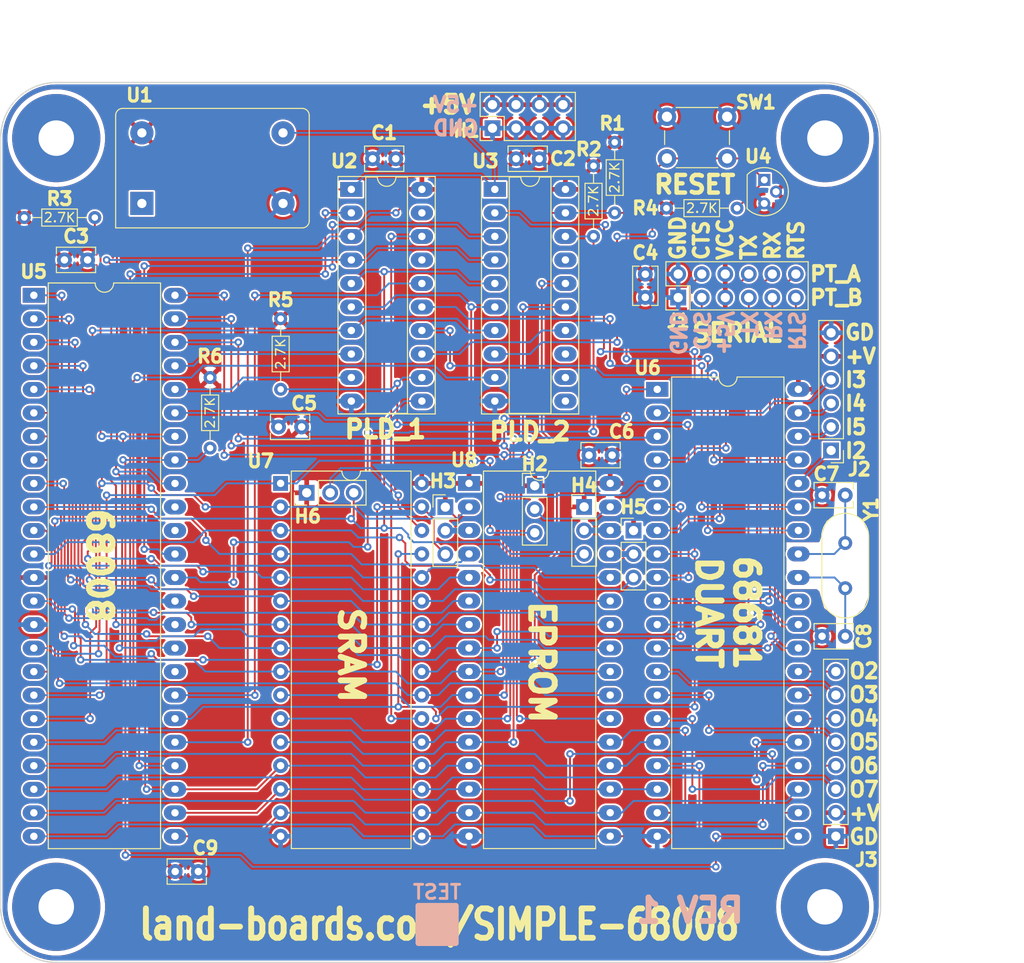
<source format=kicad_pcb>
(kicad_pcb (version 20211014) (generator pcbnew)
  (title_block (title "SIMPLE-68008") (date "2022-09-13") (rev "1") (company "land-boards.com"))
  (layers (0 "F.Cu" signal) (31 "B.Cu" signal) (34 "B.Paste" user) (35 "F.Paste" user) (36 "B.SilkS" user "B.Silkscreen") (37 "F.SilkS" user "F.Silkscreen") (38 "B.Mask" user) (39 "F.Mask" user) (44 "Edge.Cuts" user))
  (net 0 "")
  (net 1 "GND")
  (net 2 "/CPUA11")
  (net 3 "/CPUA12")
  (net 4 "/CPUA13")
  (net 5 "/CPUA14")
  (net 6 "/CPUA15")
  (net 7 "/CPUD4")
  (net 8 "/CPUD3")
  (net 9 "/CPUD5")
  (net 10 "/CPUD6")
  (net 11 "/CPUA0")
  (net 12 "/CPUA1")
  (net 13 "/CPUD2")
  (net 14 "/CPUA2")
  (net 15 "/CPUD7")
  (net 16 "/CPUA3")
  (net 17 "/CPUD0")
  (net 18 "/CPUA4")
  (net 19 "/CPUD1")
  (net 20 "/CPUA5")
  (net 21 "/CPUA6")
  (net 22 "/CPUA7")
  (net 23 "/CPUA8")
  (net 24 "/CPUA9")
  (net 25 "/CPUA10")
  (net 26 "/CPUCLK")
  (net 27 "VCC")
  (net 28 "/POR*")
  (net 29 "/CPUA16")
  (net 30 "/CPUA17")
  (net 31 "/CPUA18")
  (net 32 "/IRQ*")
  (net 33 "/CPUWR*")
  (net 34 "/MEMRD*")
  (net 35 "/CPUA19")
  (net 36 "/CPUAS*")
  (net 37 "/CPUDS*")
  (net 38 "/DTACK*")
  (net 39 "/RAMCS*")
  (net 40 "/ROMCS*")
  (net 41 "/CTSB*")
  (net 42 "/TXB")
  (net 43 "/RXB")
  (net 44 "/RTSB*")
  (net 45 "/CTSA*")
  (net 46 "/TXA")
  (net 47 "/RXA")
  (net 48 "/RTSA*")
  (net 49 "/FC2")
  (net 50 "/FC1")
  (net 51 "/FC0")
  (net 52 "/DUARTCS*")
  (net 53 "/CPUIACK*")
  (net 54 "/DDTACK*")
  (net 55 "/EE_PIN3")
  (net 56 "/EE_PIN30")
  (net 57 "/EE_PIN29")
  (net 58 "/OP7")
  (net 59 "/OP6")
  (net 60 "/OP5")
  (net 61 "/OP4")
  (net 62 "/OP3")
  (net 63 "/OP2")
  (net 64 "/IP2")
  (net 65 "/IP3")
  (net 66 "/IP4")
  (net 67 "/IP5")
  (net 68 "/EE_PIN31")
  (net 69 "/CPURES*")
  (net 70 "/CPUHLT*")
  (net 74 "Net-(C7-Pad1)")
  (net 75 "Net-(C8-Pad1)")
  (net 77 "Net-(R3-Pad2)")
  (net 79 "/SWAP")
  (net 84 "/SR_PIN30")
  (footprint "Connector_PinHeader_2.54mm:PinHeader_2x06_P2.54mm_Vertical" (layer "F.Cu") (at 162.306 67.569 90)
    (fp_text reference "J1")
    (fp_text value "Conn_02x06_Odd_Even")
  )
  (footprint "Package_DIP:DIP-40_W15.24mm_LongPads" (layer "F.Cu") (at 160.04 77.475)
    (fp_text reference "U6")
    (fp_text value "68681")
  )
  (footprint "Connector_PinHeader_2.54mm:PinHeader_1x03_P2.54mm_Vertical" (layer "F.Cu") (at 146.812 87.884)
    (fp_text reference "H2")
    (fp_text value "JUMPER (1X3)")
  )
  (footprint "Capacitor_THT:C_Rect_L4.0mm_W2.5mm_P2.50mm" (layer "F.Cu") (at 119.146 81.534)
    (fp_text reference "C5")
    (fp_text value "0.1uF")
  )
  (footprint "Resistor_THT:R_Axial_DIN0204_L3.6mm_D1.6mm_P7.62mm_Horizontal" (layer "F.Cu") (at 161.036 57.912)
    (fp_text reference "R4")
    (fp_text value "2.7K")
  )
  (footprint "Oscillator:Oscillator_DIP-14_LargePads" (layer "F.Cu") (at 104.394 57.404)
    (fp_text reference "U1")
    (fp_text value "10 MHz")
  )
  (footprint "Capacitor_THT:C_Rect_L4.0mm_W2.5mm_P2.50mm" (layer "F.Cu") (at 110.49 129.54 180)
    (fp_text reference "C9")
    (fp_text value "0.1uF")
  )
  (footprint "LandBoards_MountHoles:MTG-6-32" (layer "F.Cu") (at 95.15 50.35)
    (fp_text reference "MTG1" hide)
    (fp_text value "MTG_HOLE" hide)
  )
  (footprint "Capacitor_THT:C_Rect_L4.0mm_W2.5mm_P2.50mm" (layer "F.Cu") (at 180.34 88.9 180)
    (fp_text reference "C7")
    (fp_text value "0-5pf")
  )
  (footprint "Resistor_THT:R_Axial_DIN0204_L3.6mm_D1.6mm_P7.62mm_Horizontal" (layer "F.Cu") (at 111.76 76.2 -90)
    (fp_text reference "R6")
    (fp_text value "2.7K")
  )
  (footprint "Capacitor_THT:C_Rect_L4.0mm_W2.5mm_P2.50mm" (layer "F.Cu") (at 129.306 52.578)
    (fp_text reference "C1")
    (fp_text value "0.1uF")
  )
  (footprint "LandBoards_Marking:TEST_BLK-REAR" (layer "F.Cu") (at 136.271 135.255)
    (fp_text reference "TEST")
    (fp_text value "COUPON" hide)
  )
  (footprint "Package_DIP:DIP-20_W7.62mm_Socket_LongPads" (layer "F.Cu") (at 142.504 55.885)
    (fp_text reference "U3")
    (fp_text value "GAL16V8")
  )
  (footprint "Connector_PinHeader_2.54mm:PinHeader_2x04_P2.54mm_Vertical" (layer "F.Cu") (at 142.25 49.281 90)
    (fp_text reference "H1")
    (fp_text value "HEADER, STRT, 2X4")
  )
  (footprint "Capacitor_THT:C_Rect_L4.0mm_W2.5mm_P2.50mm" (layer "F.Cu") (at 152.674 84.582)
    (fp_text reference "C6")
    (fp_text value "0.1uF")
  )
  (footprint "Package_DIP:DIP-48_W15.24mm_LongPads" (layer "F.Cu") (at 92.73 67.32)
    (fp_text reference "U5")
    (fp_text value "MC68008D-10")
  )
  (footprint "Resistor_THT:R_Axial_DIN0204_L3.6mm_D1.6mm_P7.62mm_Horizontal" (layer "F.Cu") (at 91.694 58.928)
    (fp_text reference "R3")
    (fp_text value "2.7K")
  )
  (footprint "Capacitor_THT:C_Rect_L4.0mm_W2.5mm_P2.50mm" (layer "F.Cu") (at 180.34 104.14 180)
    (fp_text reference "C8")
    (fp_text value "10-15pF")
  )
  (footprint "Capacitor_THT:C_Rect_L4.0mm_W2.5mm_P2.50mm" (layer "F.Cu") (at 158.75 67.544 90)
    (fp_text reference "C4")
    (fp_text value "0.1uF")
  )
  (footprint "LandBoards_MountHoles:MTG-6-32" (layer "F.Cu") (at 95.15 133.35)
    (fp_text reference "MTG3" hide)
    (fp_text value "MTG_HOLE" hide)
  )
  (footprint "Connector_PinHeader_2.54mm:PinHeader_1x03_P2.54mm_Vertical" (layer "F.Cu") (at 122.189 88.646 90)
    (fp_text reference "H6")
    (fp_text value "JUMPER (1X3)")
  )
  (footprint "Resistor_THT:R_Axial_DIN0204_L3.6mm_D1.6mm_P7.62mm_Horizontal" (layer "F.Cu") (at 155.448 50.8 -90)
    (fp_text reference "R1")
    (fp_text value "2.7K")
  )
  (footprint "Crystal:Crystal_HC49-U_Vertical" (layer "F.Cu") (at 180.34 94.07 -90)
    (fp_text reference "Y1")
    (fp_text value "3.6864 MHz")
  )
  (footprint "Connector_PinHeader_2.54mm:PinHeader_1x03_P2.54mm_Vertical" (layer "F.Cu") (at 152.146 90.17)
    (fp_text reference "H4")
    (fp_text value "JUMPER (1X3)")
  )
  (footprint "Package_TO_SOT_THT:TO-92" (layer "F.Cu") (at 171.598 54.864 -90)
    (fp_text reference "U4")
    (fp_text value "DS1813-5 (OPT)")
  )
  (footprint "Package_DIP:DIP-20_W7.62mm_Socket_LongPads" (layer "F.Cu") (at 127.01 55.885)
    (fp_text reference "U2")
    (fp_text value "GAL16V8")
  )
  (footprint "Button_Switch_THT:SW_PUSH_6mm_H8.5mm" (layer "F.Cu") (at 161.088 48.042)
    (fp_text reference "SW1")
    (fp_text value "PUSHBUTTON, 6MM")
  )
  (footprint "Package_DIP:DIP-32_W15.24mm_LongPads" (layer "F.Cu") (at 139.72 87.63)
    (fp_text reference "U8")
    (fp_text value "27C040")
  )
  (footprint "LandBoards_MountHoles:MTG-6-32" (layer "F.Cu") (at 178.15 50.35)
    (fp_text reference "MTG4" hide)
    (fp_text value "MTG_HOLE" hide)
  )
  (footprint "Capacitor_THT:C_Rect_L4.0mm_W2.5mm_P2.50mm" (layer "F.Cu") (at 98.532 63.5 180)
    (fp_text reference "C3")
    (fp_text value "0.1uF")
  )
  (footprint "Connector_PinHeader_2.54mm:PinHeader_1x03_P2.54mm_Vertical" (layer "F.Cu") (at 137.16 90.195)
    (fp_text reference "H3")
    (fp_text value "JUMPER (1X3)")
  )
  (footprint "LandBoards_MountHoles:MTG-6-32" (layer "F.Cu") (at 178.15 133.35)
    (fp_text reference "MTG2" hide)
    (fp_text value "MTG_HOLE" hide)
  )
  (footprint "Resistor_THT:R_Axial_DIN0204_L3.6mm_D1.6mm_P7.62mm_Horizontal" (layer "F.Cu") (at 119.38 69.85 -90)
    (fp_text reference "R5")
    (fp_text value "2.7K")
  )
  (footprint "Resistor_THT:R_Axial_DIN0204_L3.6mm_D1.6mm_P7.62mm_Horizontal" (layer "F.Cu") (at 153.162 53.34 -90)
    (fp_text reference "R2")
    (fp_text value "2.7K")
  )
  (footprint "Connector_PinHeader_2.54mm:PinHeader_1x06_P2.54mm_Vertical" (layer "F.Cu") (at 178.816 84.074 180)
    (fp_text reference "J2")
    (fp_text value "Conn_01x06")
  )
  (footprint "Capacitor_THT:C_Rect_L4.0mm_W2.5mm_P2.50mm" (layer "F.Cu") (at 147.3 52.578 180)
    (fp_text reference "C2")
    (fp_text value "0.1uF")
  )
  (footprint "Connector_PinHeader_2.54mm:PinHeader_1x08_P2.54mm_Vertical" (layer "F.Cu") (at 179.324 125.73 180)
    (fp_text reference "J3")
    (fp_text value "Conn_01x08")
  )
  (footprint "Connector_PinHeader_2.54mm:PinHeader_1x03_P2.54mm_Vertical" (layer "F.Cu") (at 157.48 92.725)
    (fp_text reference "H5")
    (fp_text value "JUMPER (1X3)")
  )
  (footprint "Package_DIP:DIP-32_W15.24mm" (layer "F.Cu") (at 119.375 87.63)
    (fp_text reference "U7")
    (fp_text value "AS6C4008-55PCN")
  )
  (gr_line (start 178.15 139.35) (end 95.15 139.35) (layer "Edge.Cuts") (width 0.15))
  (gr_arc (start 89.15 50.35) (mid 90.907359 46.107359) (end 95.15 44.35) (layer "Edge.Cuts") (width 0.15))
  (gr_line (start 95.15 44.35) (end 178.15 44.35) (layer "Edge.Cuts") (width 0.15))
  (gr_arc (start 178.15 44.35) (mid 182.392641 46.107359) (end 184.15 50.35) (layer "Edge.Cuts") (width 0.15))
  (gr_arc (start 184.15 133.35) (mid 182.392641 137.592641) (end 178.15 139.35) (layer "Edge.Cuts") (width 0.15))
  (gr_line (start 184.15 50.35) (end 184.15 133.35) (layer "Edge.Cuts") (width 0.15))
  (gr_arc (start 95.15 139.35) (mid 90.907359 137.592641) (end 89.15 133.35) (layer "Edge.Cuts") (width 0.15))
  (gr_line (start 89.15 133.35) (end 89.15 50.35) (layer "Edge.Cuts") (width 0.15))
  (gr_text "+5V" (at 140.97 46.736) (layer "B.SilkS") (effects (font (size 1.5875 1.5875) (thickness 0.396875)) (justify left mirror)))
  (gr_text "RTS\nRX\nTX\n+5V\nCTS\nGND" (at 168.656 68.834 270) (layer "B.SilkS") (effects (font (size 1.5875 1.524) (thickness 0.381)) (justify right mirror)))
  (gr_text "REV 1" (at 157.472 133.735844) (layer "B.SilkS") (effects (font (size 2.54 2.54) (thickness 0.635)) (justify right mirror)))
  (gr_text "GND" (at 140.97 49.276) (layer "B.SilkS") (effects (font (size 1.5875 1.5875) (thickness 0.396875)) (justify left mirror)))
  (gr_text "GD\n+V\nI3\nI4\nI5\nI2" (at 180.146 77.724) (layer "F.SilkS") (effects (font (size 1.5875 1.524) (thickness 0.381)) (justify left)))
  (gr_text "PLD_1" (at 130.683 81.788) (layer "F.SilkS") (effects (font (size 1.905 1.905) (thickness 0.47625))))
  (gr_text "land-boards.com/SIMPLE-68008" (at 136.517 135.259844) (layer "F.SilkS") (effects (font (size 3.175 2.54) (thickness 0.635))))
  (gr_text "O2\nO3\nO4\nO5\nO6\nO7\n+V\nGD" (at 180.594 116.84) (layer "F.SilkS") (effects (font (size 1.5875 1.524) (thickness 0.381)) (justify left)))
  (gr_text "SRAM" (at 127 106.172 270) (layer "F.SilkS") (effects (font (size 2.54 2.54) (thickness 0.635))))
  (gr_text "PLD_1" (at 130.683 81.788) (layer "F.SilkS") (effects (font (size 1.905 1.905) (thickness 0.47625))))
  (gr_text "PT_A\nPT_B" (at 176.336 66.299) (layer "F.SilkS") (effects (font (size 1.5875 1.5875) (thickness 0.396875)) (justify left)))
  (gr_text "SERIAL" (at 168.656 71.374) (layer "F.SilkS") (effects (font (size 1.905 1.905) (thickness 0.47625))))
  (gr_text "EPROM" (at 147.574 106.934 270) (layer "F.SilkS") (effects (font (size 2.54 2.54) (thickness 0.635))))
  (gr_text "+5V" (at 137.414 46.736) (layer "F.SilkS") (effects (font (size 1.905 1.905) (thickness 0.47625))))
  (gr_text "68681\nDUART" (at 167.64 101.605 270) (layer "F.SilkS") (effects (font (size 2.54 2.54) (thickness 0.635))))
  (gr_text "68008" (at 99.822 96.52 270) (layer "F.SilkS") (effects (font (size 2.54 2.54) (thickness 0.635))))
  (gr_text "GND\nCTS\nVCC\nTX\nRX\nRTS" (at 168.656 63.699 90) (layer "F.SilkS") (effects (font (size 1.5875 1.524) (thickness 0.381)) (justify left)))
  (gr_text "PLD_2" (at 146.304 82.042) (layer "F.SilkS") (effects (font (size 1.905 1.905) (thickness 0.47625))))
  (gr_text "RESET" (at 164.084 55.372) (layer "F.SilkS") (effects (font (size 1.905 1.905) (thickness 0.47625))))
  (gr_text "PLD_1" (at 130.683 81.788) (layer "F.SilkS") (effects (font (size 1.905 1.905) (thickness 0.47625))))
  (segment (start 95.70624 103.83424) (end 95.70624 92.792998) (width 0.2032) (layer "F.Cu") (net 2))
  (segment (start 96.012 92.487238) (end 96.004631 92.479869) (width 0.2032) (layer "F.Cu") (net 2))
  (segment (start 96.004631 87.741131) (end 95.9035 87.64) (width 0.2032) (layer "F.Cu") (net 2))
  (segment (start 95.70624 103.83424) (end 96.012 104.14) (width 0.2032) (layer "F.Cu") (net 2))
  (segment (start 96.004631 92.479869) (end 96.004631 87.741131) (width 0.2032) (layer "F.Cu") (net 2))
  (segment (start 95.70624 92.792998) (end 96.012 92.487238) (width 0.2032) (layer "F.Cu") (net 2))
  (via (at 95.9035 87.64) (size 0.8) (drill 0.4) (layers "F.Cu" "B.Cu") (net 2))
  (via (at 96.012 104.14) (size 0.8) (drill 0.4) (layers "F.Cu" "B.Cu") (net 2))
  (segment (start 128.27 105.41) (end 134.615 105.41) (width 0.2032) (layer "B.Cu") (net 2))
  (segment (start 127 104.14) (end 128.27 105.41) (width 0.2032) (layer "B.Cu") (net 2))
  (segment (start 137.16 104.14) (end 141.478 104.14) (width 0.2032) (layer "B.Cu") (net 2))
  (segment (start 106.426 104.14) (end 109.982 104.14) (width 0.2032) (layer "B.Cu") (net 2))
  (segment (start 96.012 104.14) (end 97.79 104.14) (width 0.2032) (layer "B.Cu") (net 2))
  (segment (start 92.73 87.64) (end 95.9035 87.64) (width 0.2032) (layer "B.Cu") (net 2))
  (segment (start 147.01404 104.521) (end 147.90304 105.41) (width 0.2032) (layer "B.Cu") (net 2))
  (segment (start 141.478 104.14) (end 141.859 104.521) (width 0.2032) (layer "B.Cu") (net 2))
  (segment (start 154.96 105.41) (end 147.90304 105.41) (width 0.2032) (layer "B.Cu") (net 2))
  (segment (start 141.859 104.521) (end 147.01404 104.521) (width 0.2032) (layer "B.Cu") (net 2))
  (segment (start 97.79 104.14) (end 98.298 104.648) (width 0.2032) (layer "B.Cu") (net 2))
  (segment (start 110.744 103.378) (end 115.062 103.378) (width 0.2032) (layer "B.Cu") (net 2))
  (segment (start 98.298 104.648) (end 105.918 104.648) (width 0.2032) (layer "B.Cu") (net 2))
  (segment (start 105.918 104.648) (end 106.426 104.14) (width 0.2032) (layer "B.Cu") (net 2))
  (segment (start 115.062 103.378) (end 115.824 104.14) (width 0.2032) (layer "B.Cu") (net 2))
  (segment (start 109.982 104.14) (end 110.744 103.378) (width 0.2032) (layer "B.Cu") (net 2))
  (segment (start 115.824 104.14) (end 127 104.14) (width 0.2032) (layer "B.Cu") (net 2))
  (segment (start 135.89 105.41) (end 137.16 104.14) (width 0.2032) (layer "B.Cu") (net 2))
  (segment (start 134.615 105.41) (end 135.89 105.41) (width 0.2032) (layer "B.Cu") (net 2))
  (segment (start 106.426 91.44) (end 109.728 91.44) (width 0.2032) (layer "F.Cu") (net 3))
  (segment (start 109.728 91.44) (end 111.305575 93.017575) (width 0.2032) (layer "F.Cu") (net 3))
  (segment (start 111.305575 93.017575) (end 111.305575 93.779575) (width 0.2032) (layer "F.Cu") (net 3))
  (segment (start 105.41 90.424) (end 106.426 91.44) (width 0.2032) (layer "F.Cu") (net 3))
  (via (at 111.305575 93.779575) (size 0.8) (drill 0.4) (layers "F.Cu" "B.Cu") (net 3))
  (via (at 105.41 90.424) (size 0.8) (drill 0.4) (layers "F.Cu" "B.Cu") (net 3))
  (segment (start 119.375 95.25) (end 112.776 95.25) (width 0.2032) (layer "B.Cu") (net 3))
  (segment (start 127 95.25) (end 128.128511 96.378511) (width 0.2032) (layer "B.Cu") (net 3))
  (segment (start 138.8135 96.1415) (end 139.695 95.26) (width 0.2032) (layer "B.Cu") (net 3))
  (segment (start 92.73 90.18) (end 105.166 90.18) (width 0.2032) (layer "B.Cu") (net 3))
  (segment (start 112.776 95.25) (end 111.305575 93.779575) (width 0.2032) (layer "B.Cu") (net 3))
  (segment (start 138.303 96.139) (end 138.811 96.139) (width 0.2032) (layer "B.Cu") (net 3))
  (segment (start 138.063489 96.378511) (end 138.303 96.139) (width 0.2032) (layer "B.Cu") (net 3))
  (segment (start 138.811 96.139) (end 138.8135 96.1415) (width 0.2032) (layer "B.Cu") (net 3))
  (segment (start 119.375 95.25) (end 127 95.25) (width 0.2032) (layer "B.Cu") (net 3))
  (segment (start 128.128511 96.378511) (end 138.063489 96.378511) (width 0.2032) (layer "B.Cu") (net 3))
  (segment (start 105.166 90.18) (end 105.41 90.424) (width 0.2032) (layer "B.Cu") (net 3))
  (segment (start 94.64088 96.22162) (end 94.64088 93.37088) (width 0.2032) (layer "F.Cu") (net 4))
  (segment (start 92.73 92.72) (end 93.99 92.72) (width 0.2032) (layer "F.Cu") (net 4))
  (segment (start 94.3425 96.52) (end 94.64088 96.22162) (width 0.2032) (layer "F.Cu") (net 4))
  (segment (start 93.99 92.72) (end 94.64088 93.37088) (width 0.2032) (layer "F.Cu") (net 4))
  (via (at 94.3425 96.52) (size 0.8) (drill 0.4) (layers "F.Cu" "B.Cu") (net 4))
  (segment (start 138.207736 96.73648) (end 138.427108 96.517108) (width 0.2032) (layer "B.Cu") (net 4))
  (segment (start 147.828 97.79) (end 154.96 97.79) (width 0.2032) (layer "B.Cu") (net 4))
  (segment (start 128.27 97.79) (end 134.615 97.79) (width 0.2032) (layer "B.Cu") (net 4))
  (segment (start 127 96.52) (end 128.27 97.79) (width 0.2032) (layer "B.Cu") (net 4))
  (segment (start 146.77448 96.73648) (end 147.828 97.79) (width 0.2032) (layer "B.Cu") (net 4))
  (segment (start 141.26152 96.73648) (end 146.77448 96.73648) (width 0.2032) (layer "B.Cu") (net 4))
  (segment (start 139.062108 96.517108) (end 139.065 96.52) (width 0.2032) (layer "B.Cu") (net 4))
  (segment (start 141.04504 96.52) (end 141.26152 96.73648) (width 0.2032) (layer "B.Cu") (net 4))
  (segment (start 139.065 96.52) (end 141.04504 96.52) (width 0.2032) (layer "B.Cu") (net 4))
  (segment (start 138.427108 96.517108) (end 139.062108 96.517108) (width 0.2032) (layer "B.Cu") (net 4))
  (segment (start 94.3425 96.52) (end 127 96.52) (width 0.2032) (layer "B.Cu") (net 4))
  (segment (start 135.66852 96.73648) (end 138.207736 96.73648) (width 0.2032) (layer "B.Cu") (net 4))
  (segment (start 134.615 97.79) (end 135.66852 96.73648) (width 0.2032) (layer "B.Cu") (net 4))
  (segment (start 140.97 96.52) (end 141.986 97.536) (width 0.2032) (layer "F.Cu") (net 5))
  (segment (start 132.842 96.012) (end 132.842 94.107) (width 0.2032) (layer "F.Cu") (net 5))
  (segment (start 141.986 97.536) (end 141.986 98.044) (width 0.2032) (layer "F.Cu") (net 5))
  (segment (start 132.842 94.107) (end 132.207 93.472) (width 0.2032) (layer "F.Cu") (net 5))
  (segment (start 132.842 96.012) (end 133.35 96.52) (width 0.2032) (layer "F.Cu") (net 5))
  (segment (start 133.35 96.52) (end 140.97 96.52) (width 0.2032) (layer "F.Cu") (net 5))
  (via (at 132.207 93.472) (size 0.8) (drill 0.4) (layers "F.Cu" "B.Cu") (net 5))
  (via (at 141.986 98.044) (size 0.8) (drill 0.4) (layers "F.Cu" "B.Cu") (net 5))
  (segment (start 157.48 97.805) (end 156.225 99.06) (width 0.2032) (layer "B.Cu") (net 5))
  (segment (start 146.685 98.044) (end 147.701 99.06) (width 0.2032) (layer "B.Cu") (net 5))
  (segment (start 156.225 99.06) (end 147.701 99.06) (width 0.2032) (layer "B.Cu") (net 5))
  (segment (start 119.375 92.71) (end 111.252 92.71) (width 0.2032) (layer "B.Cu") (net 5))
  (segment (start 119.375 92.71) (end 127 92.71) (width 0.2032) (layer "B.Cu") (net 5))
  (segment (start 141.986 98.044) (end 146.685 98.044) (width 0.2032) (layer "B.Cu") (net 5))
  (segment (start 92.73 95.26) (end 95.006 95.26) (width 0.2032) (layer "B.Cu") (net 5))
  (segment (start 127.762 93.472) (end 132.207 93.472) (width 0.2032) (layer "B.Cu") (net 5))
  (segment (start 111.252 92.71) (end 109.982 93.98) (width 0.2032) (layer "B.Cu") (net 5))
  (segment (start 127 92.71) (end 127.762 93.472) (width 0.2032) (layer "B.Cu") (net 5))
  (segment (start 96.286 93.98) (end 109.982 93.98) (width 0.2032) (layer "B.Cu") (net 5))
  (segment (start 95.006 95.26) (end 96.286 93.98) (width 0.2032) (layer "B.Cu") (net 5))
  (segment (start 97.173511 101.454489) (end 97.173511 105.010489) (width 0.2032) (layer "F.Cu") (net 6))
  (segment (start 97.173511 105.010489) (end 97.028 105.156) (width 0.2032) (layer "F.Cu") (net 6))
  (segment (start 106.0635 106.68) (end 105.41 106.0265) (width 0.2032) (layer "F.Cu") (net 6))
  (segment (start 137.16 95.275) (end 135.89 94.005) (width 0.2032) (layer "F.Cu") (net 6))
  (segment (start 96.764 101.044978) (end 97.173511 101.454489) (width 0.2032) (layer "F.Cu") (net 6))
  (segment (start 129.794 90.17) (end 129.794 107.188) (width 0.2032) (layer "F.Cu") (net 6))
  (segment (start 135.89 94.005) (end 135.89 91.445) (width 0.2032) (layer "F.Cu") (net 6))
  (segment (start 106.0635 106.68) (end 110.998 106.68) (width 0.2032) (layer "F.Cu") (net 6))
  (segment (start 135.89 91.445) (end 134.615 90.17) (width 0.2032) (layer "F.Cu") (net 6))
  (via (at 96.8825 101.200489) (size 0.8) (drill 0.4) (layers "F.Cu" "B.Cu") (net 6))
  (via (at 110.998 106.68) (size 0.8) (drill 0.4) (layers "F.Cu" "B.Cu") (net 6))
  (via (at 129.794 90.17) (size 0.8) (drill 0.4) (layers "F.Cu" "B.Cu") (net 6))
  (via (at 105.41 106.0265) (size 0.8) (drill 0.4) (layers "F.Cu" "B.Cu") (net 6))
  (via (at 97.028 105.156) (size 0.8) (drill 0.4) (layers "F.Cu" "B.Cu") (net 6))
  (via (at 129.794 107.188) (size 0.8) (drill 0.4) (layers "F.Cu" "B.Cu") (net 6))
  (segment (start 129.794 90.17) (end 134.615 90.17) (width 0.2032) (layer "B.Cu") (net 6))
  (segment (start 110.998 106.68) (end 127 106.68) (width 0.2032) (layer "B.Cu") (net 6))
  (segment (start 92.73 100.34) (end 94.478 100.34) (width 0.2032) (layer "B.Cu") (net 6))
  (segment (start 127.508 107.188) (end 129.794 107.188) (width 0.2032) (layer "B.Cu") (net 6))
  (segment (start 127.508 107.188) (end 127 106.68) (width 0.2032) (layer "B.Cu") (net 6))
  (segment (start 96.8825 101.200489) (end 95.338489 101.200489) (width 0.2032) (layer "B.Cu") (net 6))
  (segment (start 105.11162 106.32488) (end 101.49888 106.32488) (width 0.2032) (layer "B.Cu") (net 6))
  (segment (start 101.49888 106.32488) (end 100.33 105.156) (width 0.2032) (layer "B.Cu") (net 6))
  (segment (start 105.41 106.0265) (end 105.11162 106.32488) (width 0.2032) (layer "B.Cu") (net 6))
  (segment (start 100.33 105.156) (end 97.028 105.156) (width 0.2032) (layer "B.Cu") (net 6))
  (segment (start 95.338489 101.200489) (end 94.478 100.34) (width 0.2032) (layer "B.Cu") (net 6))
  (segment (start 101.6 121.92) (end 127.254 121.92) (width 0.2032) (layer "B.Cu") (net 7))
  (segment (start 146.685 121.92) (end 147.965 123.2) (width 0.2032) (layer "B.Cu") (net 7))
  (segment (start 147.965 123.2) (end 154.935 123.2) (width 0.2032) (layer "B.Cu") (net 7))
  (segment (start 134.615 123.19) (end 136.144 123.19) (width 0.2032) (layer "B.Cu") (net 7))
  (segment (start 137.414 121.92) (end 146.685 121.92) (width 0.2032) (layer "B.Cu") (net 7))
  (segment (start 157.48 121.92) (end 174.015 121.92) (width 0.2032) (layer "B.Cu") (net 7))
  (segment (start 134.615 123.19) (end 128.524 123.19) (width 0.2032) (layer "B.Cu") (net 7))
  (segment (start 100.32 123.2) (end 101.6 121.92) (width 0.2032) (layer "B.Cu") (net 7))
  (segment (start 156.21 123.19) (end 157.48 121.92) (width 0.2032) (layer "B.Cu") (net 7))
  (segment (start 174.015 121.92) (end 175.28 120.655) (width 0.2032) (layer "B.Cu") (net 7))
  (segment (start 136.144 123.19) (end 137.414 121.92) (width 0.2032) (layer "B.Cu") (net 7))
  (segment (start 92.73 123.2) (end 100.32 123.2) (width 0.2032) (layer "B.Cu") (net 7))
  (segment (start 154.96 123.19) (end 156.21 123.19) (width 0.2032) (layer "B.Cu") (net 7))
  (segment (start 128.524 123.19) (end 127.254 121.92) (width 0.2032) (layer "B.Cu") (net 7))
  (segment (start 164.592 125.984) (end 164.592 118.11) (width 0.2032) (layer "F.Cu") (net 8))
  (segment (start 158.496 127.254) (end 163.322 127.254) (width 0.2032) (layer "F.Cu") (net 8))
  (segment (start 163.322 127.254) (end 164.592 125.984) (width 0.2032) (layer "F.Cu") (net 8))
  (segment (start 156.972 125.73) (end 158.496 127.254) (width 0.2032) (layer "F.Cu") (net 8))
  (segment (start 154.96 125.73) (end 156.972 125.73) (width 0.2032) (layer "F.Cu") (net 8))
  (via (at 164.592 118.11) (size 0.8) (drill 0.4) (layers "F.Cu" "B.Cu") (net 8))
  (segment (start 92.73 125.74) (end 100.574 125.74) (width 0.2032) (layer "B.Cu") (net 8))
  (segment (start 134.615 125.73) (end 128.345022 125.73) (width 0.2032) (layer "B.Cu") (net 8))
  (segment (start 138.176 124.46) (end 136.906 125.73) (width 0.2032) (layer "B.Cu") (net 8))
  (segment (start 147.955 125.73) (end 154.96 125.73) (width 0.2032) (layer "B.Cu") (net 8))
  (segment (start 100.574 125.74) (end 101.854 124.46) (width 0.2032) (layer "B.Cu") (net 8))
  (segment (start 164.587 118.115) (end 164.592 118.11) (width 0.2032) (layer "B.Cu") (net 8))
  (segment (start 138.176 124.46) (end 146.685 124.46) (width 0.2032) (layer "B.Cu") (net 8))
  (segment (start 160.04 118.115) (end 164.587 118.115) (width 0.2032) (layer "B.Cu") (net 8))
  (segment (start 146.685 124.46) (end 147.955 125.73) (width 0.2032) (layer "B.Cu") (net 8))
  (segment (start 134.615 125.73) (end 136.906 125.73) (width 0.2032) (layer "B.Cu") (net 8))
  (segment (start 127.075022 124.46) (end 128.345022 125.73) (width 0.2032) (layer "B.Cu") (net 8))
  (segment (start 101.854 124.46) (end 127.075022 124.46) (width 0.2032) (layer "B.Cu") (net 8))
  (segment (start 127 119.38) (end 101.854 119.38) (width 0.2032) (layer "B.Cu") (net 9))
  (segment (start 128.27 120.65) (end 127 119.38) (width 0.2032) (layer "B.Cu") (net 9))
  (segment (start 136.652 120.65) (end 137.922 119.38) (width 0.2032) (layer "B.Cu") (net 9))
  (segment (start 134.615 120.65) (end 136.652 120.65) (width 0.2032) (layer "B.Cu") (net 9))
  (segment (start 147.965 120.66) (end 160.035 120.66) (width 0.2032) (layer "B.Cu") (net 9))
  (segment (start 100.574 120.66) (end 92.73 120.66) (width 0.2032) (layer "B.Cu") (net 9))
  (segment (start 101.854 119.38) (end 100.574 120.66) (width 0.2032) (layer "B.Cu") (net 9))
  (segment (start 134.615 120.65) (end 128.27 120.65) (width 0.2032) (layer "B.Cu") (net 9))
  (segment (start 146.685 119.38) (end 147.965 120.66) (width 0.2032) (layer "B.Cu") (net 9))
  (segment (start 137.922 119.38) (end 146.685 119.38) (width 0.2032) (layer "B.Cu") (net 9))
  (segment (start 172.466 116.84) (end 172.466 122.682) (width 0.2032) (layer "F.Cu") (net 10))
  (segment (start 172.979 123.195) (end 172.466 122.682) (width 0.2032) (layer "F.Cu") (net 10))
  (segment (start 175.28 123.195) (end 172.979 123.195) (width 0.2032) (layer "F.Cu") (net 10))
  (via (at 172.466 116.84) (size 0.8) (drill 0.4) (layers "F.Cu" "B.Cu") (net 10))
  (segment (start 134.615 118.11) (end 128.27 118.11) (width 0.2032) (layer "B.Cu") (net 10))
  (segment (start 156.708 118.12) (end 157.988 116.84) (width 0.2032) (layer "B.Cu") (net 10))
  (segment (start 127 116.84) (end 101.6 116.84) (width 0.2032) (layer "B.Cu") (net 10))
  (segment (start 137.16 116.84) (end 146.812 116.84) (width 0.2032) (layer "B.Cu") (net 10))
  (segment (start 128.27 118.11) (end 127 116.84) (width 0.2032) (layer "B.Cu") (net 10))
  (segment (start 154.96 118.11) (end 148.082 118.11) (width 0.2032) (layer "B.Cu") (net 10))
  (segment (start 148.092 118.12) (end 156.708 118.12) (width 0.2032) (layer "B.Cu") (net 10))
  (segment (start 135.89 118.11) (end 137.16 116.84) (width 0.2032) (layer "B.Cu") (net 10))
  (segment (start 100.32 118.12) (end 101.6 116.84) (width 0.2032) (layer "B.Cu") (net 10))
  (segment (start 134.615 118.11) (end 135.89 118.11) (width 0.2032) (layer "B.Cu") (net 10))
  (segment (start 92.73 118.12) (end 100.32 118.12) (width 0.2032) (layer "B.Cu") (net 10))
  (segment (start 157.988 116.84) (end 172.466 116.84) (width 0.2032) (layer "B.Cu") (net 10))
  (segment (start 146.812 116.84) (end 148.092 118.12) (width 0.2032) (layer "B.Cu") (net 10))
  (segment (start 114.808 82.804) (end 114.808 72.39) (width 0.2032) (layer "F.Cu") (net 11))
  (segment (start 144.526 115.57) (end 144.526 82.804) (width 0.2032) (layer "F.Cu") (net 11))
  (via (at 114.808 72.39) (size 0.8) (drill 0.4) (layers "F.Cu" "B.Cu") (net 11))
  (via (at 144.526 115.57) (size 0.8) (drill 0.4) (layers "F.Cu" "B.Cu") (net 11))
  (via (at 114.808 82.804) (size 0.8) (drill 0.4) (layers "F.Cu" "B.Cu") (net 11))
  (via (at 144.526 82.804) (size 0.8) (drill 0.4) (layers "F.Cu" "B.Cu") (net 11))
  (segment (start 135.91 116.84) (end 128.27 116.84) (width 0.2032) (layer "B.Cu") (net 11))
  (segment (start 128.27 116.84) (end 127 115.57) (width 0.2032) (layer "B.Cu") (net 11))
  (segment (start 114.808 72.39) (end 114.798 72.4) (width 0.2032) (layer "B.Cu") (net 11))
  (segment (start 107.97 72.4) (end 114.798 72.4) (width 0.2032) (layer "B.Cu") (net 11))
  (segment (start 139.695 115.58) (end 137.17 115.58) (width 0.2032) (layer "B.Cu") (net 11))
  (segment (start 139.72 115.57) (end 144.526 115.57) (width 0.2032) (layer "B.Cu") (net 11))
  (segment (start 137.17 115.58) (end 135.91 116.84) (width 0.2032) (layer "B.Cu") (net 11))
  (segment (start 127 115.57) (end 119.375 115.57) (width 0.2032) (layer "B.Cu") (net 11))
  (segment (start 114.808 82.804) (end 144.526 82.804) (width 0.2032) (layer "B.Cu") (net 11))
  (segment (start 144.17088 112.73162) (end 144.17088 84.22688) (width 0.2032) (layer "F.Cu") (net 12))
  (segment (start 156.718 77.47) (end 156.718 80.518) (width 0.2032) (layer "F.Cu") (net 12))
  (segment (start 114.046 83.566) (end 114.046 69.85) (width 0.2032) (layer "F.Cu") (net 12))
  (segment (start 144.17088 84.22688) (end 143.51 83.566) (width 0.2032) (layer "F.Cu") (net 12))
  (segment (start 143.8725 113.03) (end 144.17088 112.73162) (width 0.2032) (layer "F.Cu") (net 12))
  (segment (start 143.51 83.566) (end 143.51 80.6265) (width 0.2032) (layer "F.Cu") (net 12))
  (via (at 114.046 69.85) (size 0.8) (drill 0.4) (layers "F.Cu" "B.Cu") (net 12))
  (via (at 143.51 80.6265) (size 0.8) (drill 0.4) (layers "F.Cu" "B.Cu") (net 12))
  (via (at 143.51 83.566) (size 0.8) (drill 0.4) (layers "F.Cu" "B.Cu") (net 12))
  (via (at 114.046 83.566) (size 0.8) (drill 0.4) (layers "F.Cu" "B.Cu") (net 12))
  (via (at 156.718 80.518) (size 0.8) (drill 0.4) (layers "F.Cu" "B.Cu") (net 12))
  (via (at 143.8725 113.03) (size 0.8) (drill 0.4) (layers "F.Cu" "B.Cu") (net 12))
  (via (at 156.718 77.47) (size 0.8) (drill 0.4) (layers "F.Cu" "B.Cu") (net 12))
  (segment (start 128.27 114.3) (end 127 113.03) (width 0.2032) (layer "B.Cu") (net 12))
  (segment (start 114.046 69.85) (end 114.036 69.86) (width 0.2032) (layer "B.Cu") (net 12))
  (segment (start 127 113.03) (end 119.375 113.03) (width 0.2032) (layer "B.Cu") (net 12))
  (segment (start 156.723 77.475) (end 156.718 77.47) (width 0.2032) (layer "B.Cu") (net 12))
  (segment (start 156.6095 80.6265) (end 156.718 80.518) (width 0.2032) (layer "B.Cu") (net 12))
  (segment (start 114.046 83.566) (end 143.51 83.566) (width 0.2032) (layer "B.Cu") (net 12))
  (segment (start 107.97 69.86) (end 114.036 69.86) (width 0.2032) (layer "B.Cu") (net 12))
  (segment (start 139.72 113.03) (end 143.8725 113.03) (width 0.2032) (layer "B.Cu") (net 12))
  (segment (start 139.695 113.04) (end 137.17 113.04) (width 0.2032) (layer "B.Cu") (net 12))
  (segment (start 137.17 113.04) (end 135.91 114.3) (width 0.2032) (layer "B.Cu") (net 12))
  (segment (start 143.51 80.6265) (end 156.6095 80.6265) (width 0.2032) (layer "B.Cu") (net 12))
  (segment (start 160.04 77.475) (end 156.723 77.475) (width 0.2032) (layer "B.Cu") (net 12))
  (segment (start 135.91 114.3) (end 128.27 114.3) (width 0.2032) (layer "B.Cu") (net 12))
  (segment (start 107.97 125.74) (end 116.825 125.74) (width 0.2032) (layer "F.Cu") (net 13))
  (segment (start 171.45 124.46) (end 171.45 118.11) (width 0.2032) (layer "F.Cu") (net 13))
  (segment (start 116.825 125.74) (end 119.375 123.19) (width 0.2032) (layer "F.Cu") (net 13))
  (via (at 171.45 118.11) (size 0.8) (drill 0.4) (layers "F.Cu" "B.Cu") (net 13))
  (via (at 171.45 124.46) (size 0.8) (drill 0.4) (layers "F.Cu" "B.Cu") (net 13))
  (segment (start 139.72 123.19) (end 137.664738 123.19) (width 0.2032) (layer "B.Cu") (net 13))
  (segment (start 139.72 123.19) (end 146.685 123.19) (width 0.2032) (layer "B.Cu") (net 13))
  (segment (start 128.524 124.46) (end 136.394738 124.46) (width 0.2032) (layer "B.Cu") (net 13))
  (segment (start 146.685 123.19) (end 147.955 124.46) (width 0.2032) (layer "B.Cu") (net 13))
  (segment (start 119.375 123.19) (end 127.254 123.19) (width 0.2032) (layer "B.Cu") (net 13))
  (segment (start 171.45 118.11) (end 171.455 118.115) (width 0.2032) (layer "B.Cu") (net 13))
  (segment (start 127.254 123.19) (end 128.524 124.46) (width 0.2032) (layer "B.Cu") (net 13))
  (segment (start 147.955 124.46) (end 171.45 124.46) (width 0.2032) (layer "B.Cu") (net 13))
  (segment (start 137.664738 123.19) (end 136.394738 124.46) (width 0.2032) (layer "B.Cu") (net 13))
  (segment (start 171.455 118.115) (end 175.28 118.115) (width 0.2032) (layer "B.Cu") (net 13))
  (segment (start 139.695 123.2) (end 146.695 123.2) (width 0.2032) (layer "B.Cu") (net 13))
  (segment (start 143.764 110.24338) (end 143.51738 110.49) (width 0.2032) (layer "F.Cu") (net 14))
  (segment (start 113.284 84.582) (end 113.284 67.31) (width 0.2032) (layer "F.Cu") (net 14))
  (segment (start 143.764 87.376) (end 143.51 87.122) (width 0.2032) (layer "F.Cu") (net 14))
  (segment (start 146.1955 84.4735) (end 146.258095 84.536095) (width 0.2032) (layer "F.Cu") (net 14))
  (segment (start 143.51 87.122) (end 143.51 86.36738) (width 0.2032) (layer "F.Cu") (net 14))
  (segment (start 143.764 110.24338) (end 143.764 87.376) (width 0.2032) (layer "F.Cu") (net 14))
  (segment (start 146.1955 82.804) (end 146.1955 84.4735) (width 0.2032) (layer "F.Cu") (net 14))
  (segment (start 143.51738 84.536095) (end 143.51738 86.36) (width 0.2032) (layer "F.Cu") (net 14))
  (segment (start 143.51 86.36738) (end 143.51738 86.36) (width 0.2032) (layer "F.Cu") (net 14))
  (via (at 113.284 67.31) (size 0.8) (drill 0.4) (layers "F.Cu" "B.Cu") (net 14))
  (via (at 146.258095 84.536095) (size 0.8) (drill 0.4) (layers "F.Cu" "B.Cu") (net 14))
  (via (at 113.284 84.582) (size 0.8) (drill 0.4) (layers "F.Cu" "B.Cu") (net 14))
  (via (at 143.51738 84.536095) (size 0.8) (drill 0.4) (layers "F.Cu" "B.Cu") (net 14))
  (via (at 143.51738 110.49) (size 0.8) (drill 0.4) (layers "F.Cu" "B.Cu") (net 14))
  (via (at 146.1955 82.804) (size 0.8) (drill 0.4) (layers "F.Cu" "B.Cu") (net 14))
  (segment (start 119.375 110.49) (end 132.08 110.49) (width 0.2032) (layer "B.Cu") (net 14))
  (segment (start 133.35 111.76) (end 136.652 111.76) (width 0.2032) (layer "B.Cu") (net 14))
  (segment (start 139.72 110.49) (end 143.51738 110.49) (width 0.2032) (layer "B.Cu") (net 14))
  (segment (start 159.899489 82.695511) (end 146.303989 82.695511) (width 0.2032) (layer "B.Cu") (net 14))
  (segment (start 132.08 110.49) (end 133.35 111.76) (width 0.2032) (layer "B.Cu") (net 14))
  (segment (start 137.922 110.49) (end 136.652 111.76) (width 0.2032) (layer "B.Cu") (net 14))
  (segment (start 113.329905 84.536095) (end 143.51738 84.536095) (width 0.2032) (layer "B.Cu") (net 14))
  (segment (start 146.303989 82.695511) (end 146.1955 82.804) (width 0.2032) (layer "B.Cu") (net 14))
  (segment (start 143.51738 84.536095) (end 146.258095 84.536095) (width 0.2032) (layer "B.Cu") (net 14))
  (segment (start 139.72 110.49) (end 137.922 110.49) (width 0.2032) (layer "B.Cu") (net 14))
  (segment (start 107.97 67.32) (end 113.274 67.32) (width 0.2032) (layer "B.Cu") (net 14))
  (segment (start 113.274 67.32) (end 113.284 67.31) (width 0.2032) (layer "B.Cu") (net 14))
  (segment (start 113.329905 84.536095) (end 113.284 84.582) (width 0.2032) (layer "B.Cu") (net 14))
  (segment (start 162.301 123.195) (end 163.068 122.428) (width 0.2032) (layer "F.Cu") (net 15))
  (segment (start 160.04 123.195) (end 162.301 123.195) (width 0.2032) (layer "F.Cu") (net 15))
  (segment (start 163.068 114.3) (end 163.068 122.428) (width 0.2032) (layer "F.Cu") (net 15))
  (via (at 163.068 114.3) (size 0.8) (drill 0.4) (layers "F.Cu" "B.Cu") (net 15))
  (segment (start 127 114.3) (end 101.6 114.3) (width 0.2032) (layer "B.Cu") (net 15))
  (segment (start 147.955 115.57) (end 154.96 115.57) (width 0.2032) (layer "B.Cu") (net 15))
  (segment (start 134.615 115.57) (end 128.27 115.57) (width 0.2032) (layer "B.Cu") (net 15))
  (segment (start 134.615 115.57) (end 135.89 115.57) (width 0.2032) (layer "B.Cu") (net 15))
  (segment (start 100.32 115.58) (end 101.6 114.3) (width 0.2032) (layer "B.Cu") (net 15))
  (segment (start 92.73 115.58) (end 100.32 115.58) (width 0.2032) (layer "B.Cu") (net 15))
  (segment (start 155.956 115.57) (end 157.226 114.3) (width 0.2032) (layer "B.Cu") (net 15))
  (segment (start 157.226 114.3) (end 163.068 114.3) (width 0.2032) (layer "B.Cu") (net 15))
  (segment (start 146.685 114.3) (end 147.955 115.57) (width 0.2032) (layer "B.Cu") (net 15))
  (segment (start 128.27 115.57) (end 127 114.3) (width 0.2032) (layer "B.Cu") (net 15))
  (segment (start 137.16 114.3) (end 146.685 114.3) (width 0.2032) (layer "B.Cu") (net 15))
  (segment (start 135.89 115.57) (end 137.16 114.3) (width 0.2032) (layer "B.Cu") (net 15))
  (segment (start 95.748 78.984) (end 95.748 67.32) (width 0.2032) (layer "F.Cu") (net 16))
  (segment (start 97.79 106.68) (end 97.79 104.394) (width 0.2032) (layer "F.Cu") (net 16))
  (segment (start 143.40888 107.65162) (end 143.1105 107.95) (width 0.2032) (layer "F.Cu") (net 16))
  (segment (start 96.774 93.231886) (end 97.282 92.723886) (width 0.2032) (layer "F.Cu") (net 16))
  (segment (start 143.321369 89.066489) (end 143.089511 89.066489) (width 0.2032) (layer "F.Cu") (net 16))
  (segment (start 97.536 99.568) (end 97.368371 99.400371) (width 0.2032) (layer "F.Cu") (net 16))
  (segment (start 97.282 92.723886) (end 97.282 80.518) (width 0.2032) (layer "F.Cu") (net 16))
  (segment (start 97.536 104.14) (end 97.536 99.568) (width 0.2032) (layer "F.Cu") (net 16))
  (segment (start 97.368371 97.622371) (end 96.774 97.028) (width 0.2032) (layer "F.Cu") (net 16))
  (segment (start 96.774 97.028) (end 96.774 93.231886) (width 0.2032) (layer "F.Cu") (net 16))
  (segment (start 97.282 80.518) (end 95.748 78.984) (width 0.2032) (layer "F.Cu") (net 16))
  (segment (start 143.40888 89.154) (end 143.321369 89.066489) (width 0.2032) (layer "F.Cu") (net 16))
  (segment (start 143.40888 107.65162) (end 143.40888 89.154) (width 0.2032) (layer "F.Cu") (net 16))
  (segment (start 97.79 104.394) (end 97.536 104.14) (width 0.2032) (layer "F.Cu") (net 16))
  (segment (start 97.368371 99.400371) (end 97.368371 97.622371) (width 0.2032) (layer "F.Cu") (net 16))
  (via (at 95.748 67.32) (size 0.8) (drill 0.4) (layers "F.Cu" "B.Cu") (net 16))
  (via (at 143.089511 89.066489) (size 0.8) (drill 0.4) (layers "F.Cu" "B.Cu") (net 16))
  (via (at 97.79 106.68) (size 0.8) (drill 0.4) (layers "F.Cu" "B.Cu") (net 16))
  (via (at 143.1105 107.95) (size 0.8) (drill 0.4) (layers "F.Cu" "B.Cu") (net 16))
  (segment (start 137.922 107.95) (end 136.652 109.22) (width 0.2032) (layer "B.Cu") (net 16))
  (segment (start 109.982 106.68) (end 97.79 106.68) (width 0.2032) (layer "B.Cu") (net 16))
  (segment (start 111.252 107.95) (end 109.982 106.68) (width 0.2032) (layer "B.Cu") (net 16))
  (segment (start 119.375 107.95) (end 111.252 107.95) (width 0.2032) (layer "B.Cu") (net 16))
  (segment (start 133.096 109.22) (end 131.826 107.95) (width 0.2032) (layer "B.Cu") (net 16))
  (segment (start 160.04 87.635) (end 157.983 87.635) (width 0.2032) (layer "B.Cu") (net 16))
  (segment (start 119.375 107.95) (end 131.826 107.95) (width 0.2032) (layer "B.Cu") (net 16))
  (segment (start 149.352 88.9) (end 156.718 88.9) (width 0.2032) (layer "B.Cu") (net 16))
  (segment (start 156.718 88.9) (end 157.983 87.635) (width 0.2032) (layer "B.Cu") (net 16))
  (segment (start 143.089511 89.066489) (end 149.185511 89.066489) (width 0.2032) (layer "B.Cu") (net 16))
  (segment (start 139.72 107.95) (end 143.1105 107.95) (width 0.2032) (layer "B.Cu") (net 16))
  (segment (start 139.72 107.95) (end 137.922 107.95) (width 0.2032) (layer "B.Cu") (net 16))
  (segment (start 149.185511 89.066489) (end 149.352 88.9) (width 0.2032) (layer "B.Cu") (net 16))
  (segment (start 136.652 109.22) (end 133.096 109.22) (width 0.2032) (layer "B.Cu") (net 16))
  (segment (start 95.748 67.32) (end 92.73 67.32) (width 0.2032) (layer "B.Cu") (net 16))
  (segment (start 107.97 120.66) (end 116.825 120.66) (width 0.2032) (layer "F.Cu") (net 17))
  (segment (start 104.756489 112.122489) (end 103.47912 110.84512) (width 0.2032) (layer "F.Cu") (net 17))
  (segment (start 170.7965 119.634) (end 170.7965 115.6785) (width 0.2032) (layer "F.Cu") (net 17))
  (segment (start 116.825 120.66) (end 119.375 118.11) (width 0.2032) (layer "F.Cu") (net 17))
  (segment (start 103.47912 110.84512) (end 103.47912 76.60688) (width 0.2032) (layer "F.Cu") (net 17))
  (segment (start 104.902 120.65) (end 104.756489 120.504489) (width 0.2032) (layer "F.Cu") (net 17))
  (segment (start 170.7965 115.6785) (end 170.688 115.57) (width 0.2032) (layer "F.Cu") (net 17))
  (segment (start 104.756489 120.504489) (end 104.756489 112.122489) (width 0.2032) (layer "F.Cu") (net 17))
  (segment (start 103.47912 76.60688) (end 103.886 76.2) (width 0.2032) (layer "F.Cu") (net 17))
  (via (at 103.886 76.2) (size 0.8) (drill 0.4) (layers "F.Cu" "B.Cu") (net 17))
  (via (at 170.7965 119.634) (size 0.8) (drill 0.4) (layers "F.Cu" "B.Cu") (net 17))
  (via (at 104.902 120.65) (size 0.8) (drill 0.4) (layers "F.Cu" "B.Cu") (net 17))
  (via (at 170.688 115.57) (size 0.8) (drill 0.4) (layers "F.Cu" "B.Cu") (net 17))
  (segment (start 142.504 76.205) (end 137.292 76.205) (width 0.2032) (layer "B.Cu") (net 17))
  (segment (start 136.017 74.93) (end 110.998 74.93) (width 0.2032) (layer "B.Cu") (net 17))
  (segment (start 127.254 118.11) (end 119.375 118.11) (width 0.2032) (layer "B.Cu") (net 17))
  (segment (start 109.728 76.2) (end 103.886 76.2) (width 0.2032) (layer "B.Cu") (net 17))
  (segment (start 170.5425 119.38) (end 170.7965 119.634) (width 0.2032) (layer "B.Cu") (net 17))
  (segment (start 147.955 119.38) (end 170.5425 119.38) (width 0.2032) (layer "B.Cu") (net 17))
  (segment (start 137.404 118.12) (end 136.144 119.38) (width 0.2032) (layer "B.Cu") (net 17))
  (segment (start 136.144 119.38) (end 128.524 119.38) (width 0.2032) (layer "B.Cu") (net 17))
  (segment (start 139.72 118.11) (end 146.685 118.11) (width 0.2032) (layer "B.Cu") (net 17))
  (segment (start 146.685 118.11) (end 147.955 119.38) (width 0.2032) (layer "B.Cu") (net 17))
  (segment (start 170.688 115.57) (end 170.693 115.575) (width 0.2032) (layer "B.Cu") (net 17))
  (segment (start 139.695 118.12) (end 137.404 118.12) (width 0.2032) (layer "B.Cu") (net 17))
  (segment (start 170.693 115.575) (end 175.28 115.575) (width 0.2032) (layer "B.Cu") (net 17))
  (segment (start 104.912 120.66) (end 104.902 120.65) (width 0.2032) (layer "B.Cu") (net 17))
  (segment (start 110.998 74.93) (end 109.728 76.2) (width 0.2032) (layer "B.Cu") (net 17))
  (segment (start 137.292 76.205) (end 136.017 74.93) (width 0.2032) (layer "B.Cu") (net 17))
  (segment (start 107.97 120.66) (end 104.912 120.66) (width 0.2032) (layer "B.Cu") (net 17))
  (segment (start 128.524 119.38) (end 127.254 118.11) (width 0.2032) (layer "B.Cu") (net 17))
  (segment (start 97.12912 93.378982) (end 97.723491 92.784611) (width 0.2032) (layer "F.Cu") (net 18))
  (segment (start 162.56 104.14) (end 162.56 90.17) (width 0.2032) (layer "F.Cu") (net 18))
  (segment (start 142.748 105.41) (end 142.748 103.632) (width 0.2032) (layer "F.Cu") (net 18))
  (segment (start 97.723491 79.689491) (end 96.52 78.486) (width 0.2032) (layer "F.Cu") (net 18))
  (segment (start 111.252 104.14) (end 105.156 104.14) (width 0.2032) (layer "F.Cu") (net 18))
  (segment (start 105.156 104.14) (end 104.902 103.886) (width 0.2032) (layer "F.Cu") (net 18))
  (segment (start 97.723491 97.267251) (end 97.12912 96.67288) (width 0.2032) (layer "F.Cu") (net 18))
  (segment (start 96.52 69.87) (end 96.51 69.86) (width 0.2032) (layer "F.Cu") (net 18))
  (segment (start 96.52 78.486) (end 96.52 69.87) (width 0.2032) (layer "F.Cu") (net 18))
  (segment (start 98.152489 99.422489) (end 97.723491 98.993491) (width 0.2032) (layer "F.Cu") (net 18))
  (segment (start 97.723491 98.993491) (end 97.723491 97.267251) (width 0.2032) (layer "F.Cu") (net 18))
  (segment (start 97.723491 92.784611) (end 97.723491 79.689491) (width 0.2032) (layer "F.Cu") (net 18))
  (segment (start 97.12912 96.67288) (end 97.12912 93.378982) (width 0.2032) (layer "F.Cu") (net 18))
  (segment (start 98.152489 102.724489) (end 98.152489 99.422489) (width 0.2032) (layer "F.Cu") (net 18))
  (via (at 96.51 69.86) (size 0.8) (drill 0.4) (layers "F.Cu" "B.Cu") (net 18))
  (via (at 111.506 104.14) (size 0.8) (drill 0.4) (layers "F.Cu" "B.Cu") (net 18))
  (via (at 98.298 102.87) (size 0.8) (drill 0.4) (layers "F.Cu" "B.Cu") (net 18))
  (via (at 162.56 90.17) (size 0.8) (drill 0.4) (layers "F.Cu" "B.Cu") (net 18))
  (via (at 162.56 104.14) (size 0.8) (drill 0.4) (layers "F.Cu" "B.Cu") (net 18))
  (via (at 142.748 103.632) (size 0.8) (drill 0.4) (layers "F.Cu" "B.Cu") (net 18))
  (via (at 104.902 103.886) (size 0.8) (drill 0.4) (layers "F.Cu" "B.Cu") (net 18))
  (via (at 142.748 105.41) (size 0.8) (drill 0.4) (layers "F.Cu" "B.Cu") (net 18))
  (segment (start 119.375 105.41) (end 112.776 105.41) (width 0.2032) (layer "B.Cu") (net 18))
  (segment (start 119.375 105.41) (end 127 105.41) (width 0.2032) (layer "B.Cu") (net 18))
  (segment (start 92.73 69.86) (end 96.51 69.86) (width 0.2032) (layer "B.Cu") (net 18))
  (segment (start 127 105.41) (end 127.762 106.172) (width 0.2032) (layer "B.Cu") (net 18))
  (segment (start 132.588 106.68) (end 132.08 106.172) (width 0.2032) (layer "B.Cu") (net 18))
  (segment (start 139.72 105.41) (end 137.414 105.41) (width 0.2032) (layer "B.Cu") (net 18))
  (segment (start 162.555 90.175) (end 162.56 90.17) (width 0.2032) (layer "B.Cu") (net 18))
  (segment (start 104.902 103.886) (end 99.314 103.886) (width 0.2032) (layer "B.Cu") (net 18))
  (segment (start 139.72 105.41) (end 142.748 105.41) (width 0.2032) (layer "B.Cu") (net 18))
  (segment (start 147.828 103.632) (end 148.336 104.14) (width 0.2032) (layer "B.Cu") (net 18))
  (segment (start 98.298 102.87) (end 99.314 103.886) (width 0.2032) (layer "B.Cu") (net 18))
  (segment (start 112.776 105.41) (end 111.506 104.14) (width 0.2032) (layer "B.Cu") (net 18))
  (segment (start 137.414 105.41) (end 136.144 106.68) (width 0.2032) (layer "B.Cu") (net 18))
  (segment (start 148.336 104.14) (end 162.56 104.14) (width 0.2032) (layer "B.Cu") (net 18))
  (segment (start 142.748 103.632) (end 147.828 103.632) (width 0.2032) (layer "B.Cu") (net 18))
  (segment (start 132.08 106.172) (end 127.762 106.172) (width 0.2032) (layer "B.Cu") (net 18))
  (segment (start 136.144 106.68) (end 132.588 106.68) (width 0.2032) (layer "B.Cu") (net 18))
  (segment (start 160.04 90.175) (end 162.555 90.175) (width 0.2032) (layer "B.Cu") (net 18))
  (segment (start 116.825 123.2) (end 119.375 120.65) (width 0.2032) (layer "F.Cu") (net 19))
  (segment (start 107.97 123.2) (end 116.825 123.2) (width 0.2032) (layer "F.Cu") (net 19))
  (segment (start 150.622 121.92) (end 150.622 116.84) (width 0.2032) (layer "F.Cu") (net 19))
  (via (at 150.622 121.92) (size 0.8) (drill 0.4) (layers "F.Cu" "B.Cu") (net 19))
  (via (at 150.622 116.84) (size 0.8) (drill 0.4) (layers "F.Cu" "B.Cu") (net 19))
  (segment (start 156.972 116.84) (end 158.237 115.575) (width 0.2032) (layer "B.Cu") (net 19))
  (segment (start 158.237 115.575) (end 160.04 115.575) (width 0.2032) (layer "B.Cu") (net 19))
  (segment (start 139.72 120.65) (end 137.410738 120.65) (width 0.2032) (layer "B.Cu") (net 19))
  (segment (start 128.395369 121.791369) (end 127.254 120.65) (width 0.2032) (layer "B.Cu") (net 19))
  (segment (start 137.410738 120.65) (end 136.269369 121.791369) (width 0.2032) (layer "B.Cu") (net 19))
  (segment (start 136.269369 121.791369) (end 128.395369 121.791369) (width 0.2032) (layer "B.Cu") (net 19))
  (segment (start 139.695 120.66) (end 146.675 120.66) (width 0.2032) (layer "B.Cu") (net 19))
  (segment (start 147.935 121.92) (end 150.622 121.92) (width 0.2032) (layer "B.Cu") (net 19))
  (segment (start 146.675 120.66) (end 147.935 121.92) (width 0.2032) (layer "B.Cu") (net 19))
  (segment (start 127.254 120.65) (end 119.375 120.65) (width 0.2032) (layer "B.Cu") (net 19))
  (segment (start 150.622 116.84) (end 156.972 116.84) (width 0.2032) (layer "B.Cu") (net 19))
  (segment (start 98.078611 93.183389) (end 97.536 93.726) (width 0.2032) (layer "F.Cu") (net 20))
  (segment (start 109.728 102.108) (end 109.22 101.6) (width 0.2032) (layer "F.Cu") (net 20))
  (segment (start 97.1735 72.4) (end 97.1735 78.1235) (width 0.2032) (layer "F.Cu") (net 20))
  (segment (start 105.701011 101.6) (end 105.664 101.562989) (width 0.2032) (layer "F.Cu") (net 20))
  (segment (start 98.078611 98.586611) (end 98.078611 97.062611) (width 0.2032) (layer "F.Cu") (net 20))
  (segment (start 97.1735 78.1235) (end 98.078611 79.028611) (width 0.2032) (layer "F.Cu") (net 20))
  (segment (start 98.078611 98.586611) (end 98.806 99.314) (width 0.2032) (layer "F.Cu") (net 20))
  (segment (start 98.078611 79.028611) (end 98.078611 93.183389) (width 0.2032) (layer "F.Cu") (net 20))
  (segment (start 98.078611 97.062611) (end 97.536 96.52) (width 0.2032) (layer "F.Cu") (net 20))
  (segment (start 98.806 99.314) (end 98.806 101.346) (width 0.2032) (layer "F.Cu") (net 20))
  (segment (start 109.728 102.87) (end 109.728 102.108) (width 0.2032) (layer "F.Cu") (net 20))
  (segment (start 97.536 93.726) (end 97.536 96.52) (width 0.2032) (layer "F.Cu") (net 20))
  (segment (start 105.701011 101.6) (end 109.22 101.6) (width 0.2032) (layer "F.Cu") (net 20))
  (via (at 109.728 102.87) (size 0.8) (drill 0.4) (layers "F.Cu" "B.Cu") (net 20))
  (via (at 97.1735 72.4) (size 0.8) (drill 0.4) (layers "F.Cu" "B.Cu") (net 20))
  (via (at 105.664 101.562989) (size 0.8) (drill 0.4) (layers "F.Cu" "B.Cu") (net 20))
  (via (at 98.806 101.346) (size 0.8) (drill 0.4) (layers "F.Cu" "B.Cu") (net 20))
  (segment (start 92.73 72.4) (end 97.1735 72.4) (width 0.2032) (layer "B.Cu") (net 20))
  (segment (start 135.636 104.14) (end 128.27 104.14) (width 0.2032) (layer "B.Cu") (net 20))
  (segment (start 109.728 102.87) (end 119.375 102.87) (width 0.2032) (layer "B.Cu") (net 20))
  (segment (start 99.022989 101.562989) (end 98.806 101.346) (width 0.2032) (layer "B.Cu") (net 20))
  (segment (start 136.906 102.87) (end 135.636 104.14) (width 0.2032) (layer "B.Cu") (net 20))
  (segment (start 105.664 101.562989) (end 99.022989 101.562989) (width 0.2032) (layer "B.Cu") (net 20))
  (segment (start 128.27 104.14) (end 127 102.87) (width 0.2032) (layer "B.Cu") (net 20))
  (segment (start 139.72 102.87) (end 136.906 102.87) (width 0.2032) (layer "B.Cu") (net 20))
  (segment (start 127 102.87) (end 119.375 102.87) (width 0.2032) (layer "B.Cu") (net 20))
  (segment (start 105.41 98.044) (end 106.426 99.06) (width 0.2032) (layer "F.Cu") (net 21))
  (segment (start 98.732111 98.044) (end 98.732111 96.954111) (width 0.2032) (layer "F.Cu") (net 21))
  (segment (start 98.732111 96.954111) (end 97.89112 96.11312) (width 0.2032) (layer "F.Cu") (net 21))
  (segment (start 97.89112 94.13288) (end 97.89112 96.11312) (width 0.2032) (layer "F.Cu") (net 21))
  (segment (start 98.034 77.206) (end 98.044 77.216) (width 0.2032) (layer "F.Cu") (net 21))
  (segment (start 98.044 78.486) (end 98.552 78.994) (width 0.2032) (layer "F.Cu") (net 21))
  (segment (start 98.552 78.994) (end 98.552 93.472) (width 0.2032) (layer "F.Cu") (net 21))
  (segment (start 98.552 93.472) (end 97.89112 94.13288) (width 0.2032) (layer "F.Cu") (net 21))
  (segment (start 98.044 77.216) (end 98.044 78.486) (width 0.2032) (layer "F.Cu") (net 21))
  (segment (start 98.034 74.94) (end 98.034 77.206) (width 0.2032) (layer "F.Cu") (net 21))
  (segment (start 109.22 99.06) (end 106.426 99.06) (width 0.2032) (layer "F.Cu") (net 21))
  (segment (start 109.982 99.822) (end 109.22 99.06) (width 0.2032) (layer "F.Cu") (net 21))
  (via (at 105.41 98.044) (size 0.8) (drill 0.4) (layers "F.Cu" "B.Cu") (net 21))
  (via (at 109.982 99.822) (size 0.8) (drill 0.4) (layers "F.Cu" "B.Cu") (net 21))
  (via (at 98.732111 98.044) (size 0.8) (drill 0.4) (layers "F.Cu" "B.Cu") (net 21))
  (via (at 98.034 74.94) (size 0.8) (drill 0.4) (layers "F.Cu" "B.Cu") (net 21))
  (segment (start 92.73 74.94) (end 98.034 74.94) (width 0.2032) (layer "B.Cu") (net 21))
  (segment (start 127 100.33) (end 128.2675 101.5975) (width 0.2032) (layer "B.Cu") (net 21))
  (segment (start 118.867 99.822) (end 119.375 100.33) (width 0.2032) (layer "B.Cu") (net 21))
  (segment (start 119.375 100.33) (end 127 100.33) (width 0.2032) (layer "B.Cu") (net 21))
  (segment (start 98.732111 98.044) (end 105.41 98.044) (width 0.2032) (layer "B.Cu") (net 21))
  (segment (start 109.982 99.822) (end 118.867 99.822) (width 0.2032) (layer "B.Cu") (net 21))
  (segment (start 136.7815 101.6025) (end 128.2675 101.6025) (width 0.2032) (layer "B.Cu") (net 21))
  (segment (start 138.054 100.33) (end 136.7815 101.6025) (width 0.2032) (layer "B.Cu") (net 21))
  (segment (start 128.2675 101.5975) (end 128.2675 101.6025) (width 0.2032) (layer "B.Cu") (net 21))
  (segment (start 139.72 100.33) (end 138.054 100.33) (width 0.2032) (layer "B.Cu") (net 21))
  (segment (start 105.664 95.758) (end 105.41 95.758) (width 0.2032) (layer "F.Cu") (net 22))
  (segment (start 106.426 96.52) (end 105.664 95.758) (width 0.2032) (layer "F.Cu") (net 22))
  (segment (start 99.06 77.8425) (end 98.6975 77.48) (width 0.2032) (layer "F.Cu") (net 22))
  (segment (start 99.06 94.488) (end 99.06 77.8425) (width 0.2032) (layer "F.Cu") (net 22))
  (segment (start 99.06 94.488) (end 98.54462 95.00338) (width 0.2032) (layer "F.Cu") (net 22))
  (segment (start 98.54462 95.00338) (end 98.54462 95.758) (width 0.2032) (layer "F.Cu") (net 22))
  (segment (start 110.3445 96.52) (end 110.998 97.1735) (width 0.2032) (layer "F.Cu") (net 22))
  (segment (start 106.426 96.52) (end 110.3445 96.52) (width 0.2032) (layer "F.Cu") (net 22))
  (via (at 105.41 95.758) (size 0.8) (drill 0.4) (layers "F.Cu" "B.Cu") (net 22))
  (via (at 110.998 97.1735) (size 0.8) (drill 0.4) (layers "F.Cu" "B.Cu") (net 22))
  (via (at 98.54462 95.758) (size 0.8) (drill 0.4) (layers "F.Cu" "B.Cu") (net 22))
  (via (at 98.6975 77.48) (size 0.8) (drill 0.4) (layers "F.Cu" "B.Cu") (net 22))
  (segment (start 98.54462 95.758) (end 105.41 95.758) (width 0.2032) (layer "B.Cu") (net 22))
  (segment (start 92.73 77.48) (end 98.6975 77.48) (width 0.2032) (layer "B.Cu") (net 22))
  (segment (start 136.398 99.06) (end 128.27 99.06) (width 0.2032) (layer "B.Cu") (net 22))
  (segment (start 137.668 97.79) (end 136.398 99.06) (width 0.2032) (layer "B.Cu") (net 22))
  (segment (start 116.7315 97.1735) (end 117.348 97.79) (width 0.2032) (layer "B.Cu") (net 22))
  (segment (start 105.156 95.758) (end 105.41 95.504) (width 0.2032) (layer "B.Cu") (net 22))
  (segment (start 110.998 97.1735) (end 116.7315 97.1735) (width 0.2032) (layer "B.Cu") (net 22))
  (segment (start 117.348 97.79) (end 119.375 97.79) (width 0.2032) (layer "B.Cu") (net 22))
  (segment (start 139.72 97.79) (end 137.668 97.79) (width 0.2032) (layer "B.Cu") (net 22))
  (segment (start 127 97.79) (end 128.27 99.06) (width 0.2032) (layer "B.Cu") (net 22))
  (segment (start 119.375 97.79) (end 127 97.79) (width 0.2032) (layer "B.Cu") (net 22))
  (segment (start 96.41648 93.08719) (end 96.912131 92.591539) (width 0.2032) (layer "F.Cu") (net 23))
  (segment (start 95.26 80.02) (end 92.73 80.02) (width 0.2032) (layer "F.Cu") (net 23))
  (segment (start 96.912131 81.672131) (end 95.26 80.02) (width 0.2032) (layer "F.Cu") (net 23))
  (segment (start 96.714871 98.044) (end 96.41648 97.745609) (width 0.2032) (layer "F.Cu") (net 23))
  (segment (start 96.912131 92.591539) (end 96.912131 81.672131) (width 0.2032) (layer "F.Cu") (net 23))
  (segment (start 96.41648 97.745609) (end 96.41648 93.08719) (width 0.2032) (layer "F.Cu") (net 23))
  (via (at 96.714871 98.044) (size 0.8) (drill 0.4) (layers "F.Cu" "B.Cu") (net 23))
  (segment (start 128.27 100.33) (end 136.906 100.33) (width 0.2032) (layer "B.Cu") (net 23))
  (segment (start 98.152489 98.697511) (end 105.047511 98.697511) (width 0.2032) (layer "B.Cu") (net 23))
  (segment (start 105.41 99.06) (end 127 99.06) (width 0.2032) (layer "B.Cu") (net 23))
  (segment (start 96.714871 98.044) (end 97.498978 98.044) (width 0.2032) (layer "B.Cu") (net 23))
  (segment (start 97.498978 98.044) (end 98.152489 98.697511) (width 0.2032) (layer "B.Cu") (net 23))
  (segment (start 138.176 99.06) (end 146.685 99.06) (width 0.2032) (layer "B.Cu") (net 23))
  (segment (start 147.955 100.33) (end 154.96 100.33) (width 0.2032) (layer "B.Cu") (net 23))
  (segment (start 105.047511 98.697511) (end 105.41 99.06) (width 0.2032) (layer "B.Cu") (net 23))
  (segment (start 127 99.06) (end 128.27 100.33) (width 0.2032) (layer "B.Cu") (net 23))
  (segment (start 146.685 99.06) (end 147.955 100.33) (width 0.2032) (layer "B.Cu") (net 23))
  (segment (start 136.906 100.33) (end 138.176 99.06) (width 0.2032) (layer "B.Cu") (net 23))
  (segment (start 92.73 82.56) (end 95.26 82.56) (width 0.2032) (layer "F.Cu") (net 24))
  (segment (start 95.26 82.56) (end 96.557011 83.857011) (width 0.2032) (layer "F.Cu") (net 24))
  (segment (start 96.557011 92.444443) (end 96.06136 92.940094) (width 0.2032) (layer "F.Cu") (net 24))
  (segment (start 96.06136 92.940094) (end 96.06136 101.720849) (width 0.2032) (layer "F.Cu") (net 24))
  (segment (start 96.557011 83.857011) (end 96.557011 92.444443) (width 0.2032) (layer "F.Cu") (net 24))
  (segment (start 96.52 102.179489) (end 96.06136 101.720849) (width 0.2032) (layer "F.Cu") (net 24))
  (via (at 96.52 102.179489) (size 0.8) (drill 0.4) (layers "F.Cu" "B.Cu") (net 24))
  (segment (start 127 101.6) (end 128.27 102.87) (width 0.2032) (layer "B.Cu") (net 24))
  (segment (start 128.27 102.87) (end 134.615 102.87) (width 0.2032) (layer "B.Cu") (net 24))
  (segment (start 106.68 101.6) (end 127 101.6) (width 0.2032) (layer "B.Cu") (net 24))
  (segment (start 136.271 102.87) (end 137.541 101.6) (width 0.2032) (layer "B.Cu") (net 24))
  (segment (start 104.973489 102.179489) (end 105.156 102.362) (width 0.2032) (layer "B.Cu") (net 24))
  (segment (start 146.558 101.6) (end 147.828 102.87) (width 0.2032) (layer "B.Cu") (net 24))
  (segment (start 96.52 102.179489) (end 104.973489 102.179489) (width 0.2032) (layer "B.Cu") (net 24))
  (segment (start 105.918 102.362) (end 106.68 101.6) (width 0.2032) (layer "B.Cu") (net 24))
  (segment (start 137.541 101.6) (end 146.558 101.6) (width 0.2032) (layer "B.Cu") (net 24))
  (segment (start 134.615 102.87) (end 136.271 102.87) (width 0.2032) (layer "B.Cu") (net 24))
  (segment (start 147.828 102.87) (end 154.96 102.87) (width 0.2032) (layer "B.Cu") (net 24))
  (segment (start 105.156 102.362) (end 105.918 102.362) (width 0.2032) (layer "B.Cu") (net 24))
  (segment (start 95.25 90.424) (end 95.25 85.852) (width 0.2032) (layer "F.Cu") (net 25))
  (segment (start 95.504 109.22) (end 95.35112 109.06712) (width 0.2032) (layer "F.Cu") (net 25))
  (segment (start 95.35112 109.06712) (end 95.35112 92.645902) (width 0.2032) (layer "F.Cu") (net 25))
  (segment (start 95.35112 92.645902) (end 95.649511 92.347511) (width 0.2032) (layer "F.Cu") (net 25))
  (segment (start 95.25 85.852) (end 94.498 85.1) (width 0.2032) (layer "F.Cu") (net 25))
  (segment (start 95.649511 90.823511) (end 95.25 90.424) (width 0.2032) (layer "F.Cu") (net 25))
  (segment (start 94.498 85.1) (end 92.73 85.1) (width 0.2032) (layer "F.Cu") (net 25))
  (segment (start 95.649511 92.347511) (end 95.649511 90.823511) (width 0.2032) (layer "F.Cu") (net 25))
  (via (at 95.504 109.22) (size 0.8) (drill 0.4) (layers "F.Cu" "B.Cu") (net 25))
  (segment (start 133.096 110.49) (end 134.615 110.49) (width 0.2032) (layer "B.Cu") (net 25))
  (segment (start 95.504 109.22) (end 131.826 109.22) (width 0.2032) (layer "B.Cu") (net 25))
  (segment (start 131.826 109.22) (end 133.096 110.49) (width 0.2032) (layer "B.Cu") (net 25))
  (segment (start 134.615 110.49) (end 136.398 110.49) (width 0.2032) (layer "B.Cu") (net 25))
  (segment (start 147.955 110.49) (end 154.96 110.49) (width 0.2032) (layer "B.Cu") (net 25))
  (segment (start 137.668 109.22) (end 146.685 109.22) (width 0.2032) (layer "B.Cu") (net 25))
  (segment (start 146.685 109.22) (end 147.955 110.49) (width 0.2032) (layer "B.Cu") (net 25))
  (segment (start 136.398 110.49) (end 137.668 109.22) (width 0.2032) (layer "B.Cu") (net 25))
  (segment (start 101.698489 83.467511) (end 100.838 84.328) (width 0.2032) (layer "F.Cu") (net 26))
  (segment (start 123.19 57.404) (end 123.19 60.452) (width 0.2032) (layer "F.Cu") (net 26))
  (segment (start 101.698489 62.893511) (end 101.698489 83.467511) (width 0.2032) (layer "F.Cu") (net 26))
  (segment (start 100.838 87.122) (end 101.6 87.884) (width 0.2032) (layer "F.Cu") (net 26))
  (segment (start 101.6 87.884) (end 101.6 102.87) (width 0.2032) (layer "F.Cu") (net 26))
  (segment (start 122.682 60.96) (end 103.632 60.96) (width 0.2032) (layer "F.Cu") (net 26))
  (segment (start 100.838 84.328) (end 100.838 87.122) (width 0.2032) (layer "F.Cu") (net 26))
  (segment (start 127.01 55.885) (end 124.709 55.885) (width 0.2032) (layer "F.Cu") (net 26))
  (segment (start 123.19 60.452) (end 122.682 60.96) (width 0.2032) (layer "F.Cu") (net 26))
  (segment (start 124.709 55.885) (end 123.19 57.404) (width 0.2032) (layer "F.Cu") (net 26))
  (segment (start 103.632 60.96) (end 101.698489 62.893511) (width 0.2032) (layer "F.Cu") (net 26))
  (via (at 101.6 102.87) (size 0.8) (drill 0.4) (layers "F.Cu" "B.Cu") (net 26))
  (segment (start 101.61 102.88) (end 101.6 102.87) (width 0.2032) (layer "B.Cu") (net 26))
  (segment (start 140.99 54.371) (end 142.504 55.885) (width 0.2032) (layer "B.Cu") (net 26))
  (segment (start 128.524 54.371) (end 140.99 54.371) (width 0.2032) (layer "B.Cu") (net 26))
  (segment (start 139.192 49.784) (end 142.504 53.096) (width 0.2032) (layer "B.Cu") (net 26))
  (segment (start 119.634 49.784) (end 139.192 49.784) (width 0.2032) (layer "B.Cu") (net 26))
  (segment (start 107.97 102.88) (end 101.61 102.88) (width 0.2032) (layer "B.Cu") (net 26))
  (segment (start 127.01 55.885) (end 128.524 54.371) (width 0.2032) (layer "B.Cu") (net 26))
  (segment (start 142.504 53.096) (end 142.504 55.885) (width 0.2032) (layer "B.Cu") (net 26))
  (segment (start 137.185 90.195) (end 138.43 91.44) (width 0.2032) (layer "F.Cu") (net 27))
  (segment (start 155.702 72.39) (end 155.702 60.96) (width 0.2032) (layer "F.Cu") (net 28))
  (segment (start 168.656 57.912) (end 171.598 54.97) (width 0.2032) (layer "F.Cu") (net 28))
  (segment (start 167.588 52.542) (end 169.276 52.542) (width 0.2032) (layer "F.Cu") (net 28))
  (segment (start 159.512 60.706) (end 159.512 54.118) (width 0.2032) (layer "F.Cu") (net 28))
  (segment (start 159.512 54.118) (end 161.088 52.542) (width 0.2032) (layer "F.Cu") (net 28))
  (segment (start 169.276 52.542) (end 171.598 54.864) (width 0.2032) (layer "F.Cu") (net 28))
  (segment (start 161.088 52.542) (end 167.588 52.542) (width 0.2032) (layer "F.Cu") (net 28))
  (via (at 155.702 60.96) (size 0.8) (drill 0.4) (layers "F.Cu" "B.Cu") (net 28))
  (via (at 159.512 60.706) (size 0.8) (drill 0.4) (layers "F.Cu" "B.Cu") (net 28))
  (via (at 155.702 72.39) (size 0.8) (drill 0.4) (layers "F.Cu" "B.Cu") (net 28))
  (segment (start 142.504 73.665) (end 146.299 73.665) (width 0.2032) (layer "B.Cu") (net 28))
  (segment (start 147.574 72.39) (end 155.702 72.39) (width 0.2032) (layer "B.Cu") (net 28))
  (segment (start 146.299 73.665) (end 147.574 72.39) (width 0.2032) (layer "B.Cu") (net 28))
  (segment (start 159.258 60.96) (end 159.512 60.706) (width 0.2032) (layer "B.Cu") (net 28))
  (segment (start 155.702 60.96) (end 159.258 60.96) (width 0.2032) (layer "B.Cu") (net 28))
  (segment (start 111.252 90.17) (end 109.982 88.9) (width 0.2032) (layer "F.Cu") (net 29))
  (segment (start 99.713511 103.740489) (end 99.822 103.632) (width 0.2032) (layer "F.Cu") (net 29))
  (segment (start 106.172 88.9) (end 105.41 88.138) (width 0.2032) (layer "F.Cu") (net 29))
  (segment (start 99.713511 106.026489) (end 99.713511 103.740489) (width 0.2032) (layer "F.Cu") (net 29))
  (segment (start 99.822 103.632) (end 99.822 87.884) (width 0.2032) (layer "F.Cu") (net 29))
  (segment (start 99.822 87.884) (end 100.076 87.63) (width 0.2032) (layer "F.Cu") (net 29))
  (segment (start 100.076 87.63) (end 100.076 84.074) (width 0.2032) (layer "F.Cu") (net 29))
  (segment (start 109.982 88.9) (end 106.172 88.9) (width 0.2032) (layer "F.Cu") (net 29))
  (segment (start 101.092 83.058) (end 101.092 64.008) (width 0.2032) (layer "F.Cu") (net 29))
  (segment (start 101.092 64.008) (end 100.584 63.5) (width 0.2032) (layer "F.Cu") (net 29))
  (segment (start 100.076 84.074) (end 101.092 83.058) (width 0.2032) (layer "F.Cu") (net 29))
  (via (at 100.584 63.5) (size 0.8) (drill 0.4) (layers "F.Cu" "B.Cu") (net 29))
  (via (at 105.41 88.138) (size 0.8) (drill 0.4) (layers "F.Cu" "B.Cu") (net 29))
  (via (at 100.076 87.63) (size 0.8) (drill 0.4) (layers "F.Cu" "B.Cu") (net 29))
  (via (at 99.713511 106.026489) (size 0.8) (drill 0.4) (layers "F.Cu" "B.Cu") (net 29))
  (via (at 111.252 90.17) (size 0.8) (drill 0.4) (layers "F.Cu" "B.Cu") (net 29))
  (segment (start 95.104489 106.026489) (end 94.498 105.42) (width 0.2032) (layer "B.Cu") (net 29))
  (segment (start 119.375 90.17) (end 111.252 90.17) (width 0.2032) (layer "B.Cu") (net 29))
  (segment (start 100.076 87.63) (end 104.902 87.63) (width 0.2032) (layer "B.Cu") (net 29))
  (segment (start 128.519 63.505) (end 129.794 62.23) (width 0.2032) (layer "B.Cu") (net 29))
  (segment (start 119.375 90.17) (end 127.254 90.17) (width 0.2032) (layer "B.Cu") (net 29))
  (segment (start 100.589 63.505) (end 127.01 63.505) (width 0.2032) (layer "B.Cu") (net 29))
  (segment (start 138.45 91.44) (end 139.72 90.17) (width 0.2032) (layer "B.Cu") (net 29))
  (segment (start 127.254 90.17) (end 128.524 91.44) (width 0.2032) (layer "B.Cu") (net 29))
  (segment (start 95.104489 106.026489) (end 99.713511 106.026489) (width 0.2032) (layer "B.Cu") (net 29))
  (segment (start 94.498 105.42) (end 92.73 105.42) (width 0.2032) (layer "B.Cu") (net 29))
  (segment (start 138.43 62.23) (end 139.705 63.505) (width 0.2032) (layer "B.Cu") (net 29))
  (segment (start 129.794 62.23) (end 138.43 62.23) (width 0.2032) (layer "B.Cu") (net 29))
  (segment (start 128.524 91.44) (end 138.45 91.44) (width 0.2032) (layer "B.Cu") (net 29))
  (segment (start 139.705 63.505) (end 142.504 63.505) (width 0.2032) (layer "B.Cu") (net 29))
  (segment (start 100.584 63.5) (end 100.589 63.505) (width 0.2032) (layer "B.Cu") (net 29))
  (segment (start 127.01 63.505) (end 128.519 63.505) (width 0.2032) (layer "B.Cu") (net 29))
  (segment (start 104.902 87.63) (end 105.41 88.138) (width 0.2032) (layer "B.Cu") (net 29))
  (segment (start 94.478 107.96) (end 92.73 107.96) (width 0.2032) (layer "F.Cu") (net 30))
  (segment (start 127.269 91.171) (end 127 91.44) (width 0.2032) (layer "F.Cu") (net 30))
  (segment (start 94.996 107.442) (end 94.478 107.96) (width 0.2032) (layer "F.Cu") (net 30))
  (segment (start 130.556 64.77) (end 130.556 92.456) (width 0.2032) (layer "F.Cu") (net 30))
  (segment (start 127.269 88.646) (end 127.269 91.171) (width 0.2032) (layer "F.Cu") (net 30))
  (segment (start 94.996 91.694) (end 94.996 107.442) (width 0.2032) (layer "F.Cu") (net 30))
  (via (at 94.996 91.694) (size 0.8) (drill 0.4) (layers "F.Cu" "B.Cu") (net 30))
  (via (at 130.556 64.77) (size 0.8) (drill 0.4) (layers "F.Cu" "B.Cu") (net 30))
  (via (at 130.556 92.456) (size 0.8) (drill 0.4) (layers "F.Cu" "B.Cu") (net 30))
  (via (at 127 91.44) (size 0.8) (drill 0.4) (layers "F.Cu" "B.Cu") (net 30))
  (segment (start 139.705 66.045) (end 142.504 66.045) (width 0.2032) (layer "B.Cu") (net 30))
  (segment (start 128.524 64.77) (end 130.556 64.77) (width 0.2032) (layer "B.Cu") (net 30))
  (segment (start 133.731 93.98) (end 133.1595 93.4085) (width 0.2032) (layer "B.Cu") (net 30))
  (segment (start 144.272 95.25) (end 143.002 93.98) (width 0.2032) (layer "B.Cu") (net 30))
  (segment (start 130.556 64.77) (end 138.43 64.77) (width 0.2032) (layer "B.Cu") (net 30))
  (segment (start 138.43 64.77) (end 139.705 66.045) (width 0.2032) (layer "B.Cu") (net 30))
  (segment (start 95.25 91.44) (end 127 91.44) (width 0.2032) (layer "B.Cu") (net 30))
  (segment (start 133.1595 93.1545) (end 133.1595 93.4085) (width 0.2032) (layer "B.Cu") (net 30))
  (segment (start 127 91.44) (end 128.016 92.456) (width 0.2032) (layer "B.Cu") (net 30))
  (segment (start 127.249 66.045) (end 128.524 64.77) (width 0.2032) (layer "B.Cu") (net 30))
  (segment (start 94.996 91.694) (end 95.25 91.44) (width 0.2032) (layer "B.Cu") (net 30))
  (segment (start 130.556 92.456) (end 132.461 92.456) (width 0.2032) (layer "B.Cu") (net 30))
  (segment (start 152.146 95.25) (end 144.272 95.25) (width 0.2032) (layer "B.Cu") (net 30))
  (segment (start 133.731 93.98) (end 143.002 93.98) (width 0.2032) (layer "B.Cu") (net 30))
  (segment (start 128.016 92.456) (end 130.556 92.456) (width 0.2032) (layer "B.Cu") (net 30))
  (segment (start 132.461 92.456) (end 133.1595 93.1545) (width 0.2032) (layer "B.Cu") (net 30))
  (segment (start 141.986 92.71) (end 141.986 85.189595) (width 0.2032) (layer "F.Cu") (net 31))
  (segment (start 139.954 84.78119) (end 139.954 68.58) (width 0.2032) (layer "F.Cu") (net 31))
  (segment (start 100.584 109.728) (end 99.812 110.5) (width 0.2032) (layer "F.Cu") (net 31))
  (segment (start 100.584 88.9) (end 100.584 109.728) (width 0.2032) (layer "F.Cu") (net 31))
  (segment (start 140.362405 85.189595) (end 139.954 84.78119) (width 0.2032) (layer "F.Cu") (net 31))
  (via (at 99.812 110.5) (size 0.8) (drill 0.4) (layers "F.Cu" "B.Cu") (net 31))
  (via (at 141.986 85.189595) (size 0.8) (drill 0.4) (layers "F.Cu" "B.Cu") (net 31))
  (via (at 140.362405 85.189595) (size 0.8) (drill 0.4) (layers "F.Cu" "B.Cu") (net 31))
  (via (at 139.954 68.58) (size 0.8) (drill 0.4) (layers "F.Cu" "B.Cu") (net 31))
  (via (at 100.584 88.9) (size 0.8) (drill 0.4) (layers "F.Cu" "B.Cu") (net 31))
  (via (at 141.986 92.71) (size 0.8) (drill 0.4) (layers "F.Cu" "B.Cu") (net 31))
  (segment (start 141.986 85.189595) (end 140.362405 85.189595) (width 0.2032) (layer "B.Cu") (net 31))
  (segment (start 119.375 87.63) (end 113.538 87.63) (width 0.2032) (layer "B.Cu") (net 31))
  (segment (start 140.362405 85.189595) (end 123.543595 85.189595) (width 0.2032) (layer "B.Cu") (net 31))
  (segment (start 142.24 92.964) (end 141.986 92.71) (width 0.2032) (layer "B.Cu") (net 31))
  (segment (start 127.01 68.585) (end 130.551 68.585) (width 0.2032) (layer "B.Cu") (net 31))
  (segment (start 92.73 110.5) (end 99.812 110.5) (width 0.2032) (layer "B.Cu") (net 31))
  (segment (start 138.684 67.31) (end 139.954 68.58) (width 0.2032) (layer "B.Cu") (net 31))
  (segment (start 130.551 68.585) (end 131.826 67.31) (width 0.2032) (layer "B.Cu") (net 31))
  (segment (start 139.959 68.585) (end 139.954 68.58) (width 0.2032) (layer "B.Cu") (net 31))
  (segment (start 142.504 68.585) (end 139.959 68.585) (width 0.2032) (layer "B.Cu") (net 31))
  (segment (start 100.584 88.9) (end 112.268 88.9) (width 0.2032) (layer "B.Cu") (net 31))
  (segment (start 131.826 67.31) (end 138.684 67.31) (width 0.2032) (layer "B.Cu") (net 31))
  (segment (start 113.538 87.63) (end 112.268 88.9) (width 0.2032) (layer "B.Cu") (net 31))
  (segment (start 119.375 87.63) (end 121.10319 87.63) (width 0.2032) (layer "B.Cu") (net 31))
  (segment (start 146.812 92.964) (end 142.24 92.964) (width 0.2032) (layer "B.Cu") (net 31))
  (segment (start 121.10319 87.63) (end 123.543595 85.189595) (width 0.2032) (layer "B.Cu") (net 31))
  (segment (start 102.616 127.762) (end 102.616 85.344) (width 0.2032) (layer "F.Cu") (net 32))
  (segment (start 166.37 125.73) (end 166.37 129.032) (width 0.2032) (layer "F.Cu") (net 32))
  (segment (start 102.616 85.344) (end 102.362 85.09) (width 0.2032) (layer "F.Cu") (net 32))
  (via (at 166.37 129.032) (size 0.8) (drill 0.4) (layers "F.Cu" "B.Cu") (net 32))
  (via (at 166.37 125.73) (size 0.8) (drill 0.4) (layers "F.Cu" "B.Cu") (net 32))
  (via (at 102.616 127.762) (size 0.8) (drill 0.4) (layers "F.Cu" "B.Cu") (net 32))
  (via (at 102.362 85.09) (size 0.8) (drill 0.4) (layers "F.Cu" "B.Cu") (net 32))
  (segment (start 166.375 125.735) (end 166.37 125.73) (width 0.2032) (layer "B.Cu") (net 32))
  (segment (start 115.062 127.762) (end 102.616 127.762) (width 0.2032) (layer "B.Cu") (net 32))
  (segment (start 102.362 85.09) (end 102.372 85.1) (width 0.2032) (layer "B.Cu") (net 32))
  (segment (start 175.28 125.735) (end 166.375 125.735) (width 0.2032) (layer "B.Cu") (net 32))
  (segment (start 102.372 85.1) (end 107.97 85.1) (width 0.2032) (layer "B.Cu") (net 32))
  (segment (start 110.48 85.1) (end 111.76 83.82) (width 0.2032) (layer "B.Cu") (net 32))
  (segment (start 116.332 129.032) (end 115.062 127.762) (width 0.2032) (layer "B.Cu") (net 32))
  (segment (start 166.37 129.032) (end 116.332 129.032) (width 0.2032) (layer "B.Cu") (net 32))
  (segment (start 107.97 85.1) (end 110.48 85.1) (width 0.2032) (layer "B.Cu") (net 32))
  (segment (start 154.286489 73.043511) (end 153.924 73.406) (width 0.2032) (layer "F.Cu") (net 33))
  (segment (start 154.432 59.69) (end 154.286489 59.835511) (width 0.2032) (layer "F.Cu") (net 33))
  (segment (start 164.079 95.255) (end 164.079 73.411) (width 0.2032) (layer "F.Cu") (net 33))
  (segment (start 132.08 111.76) (end 135.636 111.76) (width 0.2032) (layer "F.Cu") (net 33))
  (segment (start 135.636 111.76) (end 136.144 112.268) (width 0.2032) (layer "F.Cu") (net 33))
  (segment (start 164.079 95.255) (end 164.084 95.26) (width 0.2032) (layer "F.Cu") (net 33))
  (segment (start 132.08 95.25) (end 132.08 111.76) (width 0.2032) (layer "F.Cu") (net 33))
  (segment (start 154.286489 59.835511) (end 154.286489 73.043511) (width 0.2032) (layer "F.Cu") (net 33))
  (segment (start 164.079 73.411) (end 164.084 73.406) (width 0.2032) (layer "F.Cu") (net 33))
  (segment (start 136.144 112.268) (end 136.144 113.03) (width 0.2032) (layer "F.Cu") (net 33))
  (segment (start 164.084 95.26) (end 164.084 111.76) (width 0.2032) (layer "F.Cu") (net 33))
  (via (at 153.924 73.406) (size 0.8) (drill 0.4) (layers "F.Cu" "B.Cu") (net 33))
  (via (at 164.079 95.255) (size 0.8) (drill 0.4) (layers "F.Cu" "B.Cu") (net 33))
  (via (at 154.432 59.69) (size 0.8) (drill 0.4) (layers "F.Cu" "B.Cu") (net 33))
  (via (at 132.08 111.76) (size 0.8) (drill 0.4) (layers "F.Cu" "B.Cu") (net 33))
  (via (at 164.084 111.76) (size 0.8) (drill 0.4) (layers "F.Cu" "B.Cu") (net 33))
  (via (at 132.08 95.25) (size 0.8) (drill 0.4) (layers "F.Cu" "B.Cu") (net 33))
  (via (at 164.084 73.406) (size 0.8) (drill 0.4) (layers "F.Cu" "B.Cu") (net 33))
  (via (at 136.144 113.03) (size 0.8) (drill 0.4) (layers "F.Cu" "B.Cu") (net 33))
  (segment (start 146.431 59.69) (end 154.432 59.69) (width 0.2032) (layer "B.Cu") (net 33))
  (segment (start 107.97 113.04) (end 109.718 113.04) (width 0.2032) (layer "B.Cu") (net 33))
  (segment (start 109.718 113.04) (end 110.998 111.76) (width 0.2032) (layer "B.Cu") (net 33))
  (segment (start 164.084 73.406) (end 153.924 73.406) (width 0.2032) (layer "B.Cu") (net 33))
  (segment (start 134.615 95.25) (end 132.08 95.25) (width 0.2032) (layer "B.Cu") (net 33))
  (segment (start 160.04 95.255) (end 164.079 95.255) (width 0.2032) (layer "B.Cu") (net 33))
  (segment (start 142.504 58.425) (end 145.166 58.425) (width 0.2032) (layer "B.Cu") (net 33))
  (segment (start 137.414 111.76) (end 136.144 113.03) (width 0.2032) (layer "B.Cu") (net 33))
  (segment (start 137.414 111.76) (end 164.084 111.76) (width 0.2032) (layer "B.Cu") (net 33))
  (segment (start 110.998 111.76) (end 132.08 111.76) (width 0.2032) (layer "B.Cu") (net 33))
  (segment (start 145.166 58.425) (end 146.431 59.69) (width 0.2032) (layer "B.Cu") (net 33))
  (segment (start 146.812 97.536) (end 149.206489 95.141511) (width 0.2032) (layer "F.Cu") (net 34))
  (segment (start 146.812 106.85896) (end 146.812 97.536) (width 0.2032) (layer "F.Cu") (net 34))
  (segment (start 149.206489 95.141511) (end 149.206489 83.674489) (width 0.2032) (layer "F.Cu") (net 34))
  (segment (start 147.574 82.042) (end 147.574 66.04) (width 0.2032) (layer "F.Cu") (net 34))
  (segment (start 146.84952 106.89648) (end 146.812 106.85896) (width 0.2032) (layer "F.Cu") (net 34))
  (segment (start 149.206489 83.674489) (end 147.574 82.042) (width 0.2032) (layer "F.Cu") (net 34))
  (via (at 147.574 66.04) (size 0.8) (drill 0.4) (layers "F.Cu" "B.Cu") (net 34))
  (via (at 146.84952 106.89648) (size 0.8) (drill 0.4) (layers "F.Cu" "B.Cu") (net 34))
  (segment (start 134.615 107.95) (end 136.271 107.95) (width 0.2032) (layer "B.Cu") (net 34))
  (segment (start 137.541 106.68) (end 146.63304 106.68) (width 0.2032) (layer "B.Cu") (net 34))
  (segment (start 147.90304 107.95) (end 146.84952 106.89648) (width 0.2032) (layer "B.Cu") (net 34))
  (segment (start 147.579 66.045) (end 147.574 66.04) (width 0.2032) (layer "B.Cu") (net 34))
  (segment (start 150.124 66.045) (end 147.579 66.045) (width 0.2032) (layer "B.Cu") (net 34))
  (segment (start 146.63304 106.68) (end 146.84952 106.89648) (width 0.2032) (layer "B.Cu") (net 34))
  (segment (start 154.96 107.95) (end 147.90304 107.95) (width 0.2032) (layer "B.Cu") (net 34))
  (segment (start 136.271 107.95) (end 137.541 106.68) (width 0.2032) (layer "B.Cu") (net 34))
  (segment (start 99.459511 94.633511) (end 99.459511 103.121733) (width 0.2032) (layer "F.Cu") (net 35))
  (segment (start 99.41512 94.58912) (end 99.459511 94.633511) (width 0.2032) (layer "F.Cu") (net 35))
  (segment (start 99.06 71.12) (end 99.06 75.99776) (width 0.2032) (layer "F.Cu") (net 35))
  (segment (start 99.06 75.99776) (end 99.41512 76.35288) (width 0.2032) (layer "F.Cu") (net 35))
  (segment (start 99.41512 76.35288) (end 99.41512 94.58912) (width 0.2032) (layer "F.Cu") (net 35))
  (segment (start 98.806 103.775244) (end 98.806 113.03) (width 0.2032) (layer "F.Cu") (net 35))
  (segment (start 99.459511 103.121733) (end 98.806 103.775244) (width 0.2032) (layer "F.Cu") (net 35))
  (via (at 98.806 113.03) (size 0.8) (drill 0.4) (layers "F.Cu" "B.Cu") (net 35))
  (via (at 99.06 71.12) (size 0.8) (drill 0.4) (layers "F.Cu" "B.Cu") (net 35))
  (segment (start 138.43 69.85) (end 139.705 71.125) (width 0.2032) (layer "B.Cu") (net 35))
  (segment (start 99.06 71.12) (end 99.065 71.125) (width 0.2032) (layer "B.Cu") (net 35))
  (segment (start 92.73 113.04) (end 98.796 113.04) (width 0.2032) (layer "B.Cu") (net 35))
  (segment (start 128.524 69.85) (end 138.43 69.85) (width 0.2032) (layer "B.Cu") (net 35))
  (segment (start 139.705 71.125) (end 142.504 71.125) (width 0.2032) (layer "B.Cu") (net 35))
  (segment (start 99.065 71.125) (end 127.01 71.125) (width 0.2032) (layer "B.Cu") (net 35))
  (segment (start 98.796 113.04) (end 98.806 113.03) (width 0.2032) (layer "B.Cu") (net 35))
  (segment (start 127.249 71.125) (end 128.524 69.85) (width 0.2032) (layer "B.Cu") (net 35))
  (segment (start 102.97112 111.09912) (end 103.124 110.94624) (width 0.2032) (layer "F.Cu") (net 36))
  (segment (start 104.102989 118.11) (end 104.102989 112.230989) (width 0.2032) (layer "F.Cu") (net 36))
  (segment (start 124.206 65.024) (end 124.206 58.42) (width 0.2032) (layer "F.Cu") (net 36))
  (segment (start 103.124 110.94624) (end 103.124 65.024) (width 0.2032) (layer "F.Cu") (net 36))
  (segment (start 104.102989 112.230989) (end 102.97112 111.09912) (width 0.2032) (layer "F.Cu") (net 36))
  (via (at 103.124 65.024) (size 0.8) (drill 0.4) (layers "F.Cu" "B.Cu") (net 36))
  (via (at 124.206 58.42) (size 0.8) (drill 0.4) (layers "F.Cu" "B.Cu") (net 36))
  (via (at 104.102989 118.11) (size 0.8) (drill 0.4) (layers "F.Cu" "B.Cu") (net 36))
  (via (at 124.206 65.024) (size 0.8) (drill 0.4) (layers "F.Cu" "B.Cu") (net 36))
  (segment (start 107.97 118.12) (end 104.112989 118.12) (width 0.2032) (layer "B.Cu") (net 36))
  (segment (start 124.206 58.42) (end 124.211 58.425) (width 0.2032) (layer "B.Cu") (net 36))
  (segment (start 124.206 65.024) (end 103.166 65.024) (width 0.2032) (layer "B.Cu") (net 36))
  (segment (start 124.211 58.425) (end 127.01 58.425) (width 0.2032) (layer "B.Cu") (net 36))
  (segment (start 104.112989 118.12) (end 104.102989 118.11) (width 0.2032) (layer "B.Cu") (net 36))
  (segment (start 115.824 62.23) (end 115.824 115.57) (width 0.2032) (layer "F.Cu") (net 37))
  (via (at 115.824 62.23) (size 0.8) (drill 0.4) (layers "F.Cu" "B.Cu") (net 37))
  (via (at 115.824 115.57) (size 0.8) (drill 0.4) (layers "F.Cu" "B.Cu") (net 37))
  (segment (start 123.444 62.23) (end 115.824 62.23) (width 0.2032) (layer "B.Cu") (net 37))
  (segment (start 127.01 60.965) (end 124.709 60.965) (width 0.2032) (layer "B.Cu") (net 37))
  (segment (start 124.709 60.965) (end 123.444 62.23) (width 0.2032) (layer "B.Cu") (net 37))
  (segment (start 115.814 115.58) (end 115.824 115.57) (width 0.2032) (layer "B.Cu") (net 37))
  (segment (start 142.504 60.965) (end 139.705 60.965) (width 0.2032) (layer "B.Cu") (net 37))
  (segment (start 128.524 59.69) (end 138.43 59.69) (width 0.2032) (layer "B.Cu") (net 37))
  (segment (start 139.705 60.965) (end 138.43 59.69) (width 0.2032) (layer "B.Cu") (net 37))
  (segment (start 107.97 115.58) (end 115.814 115.58) (width 0.2032) (layer "B.Cu") (net 37))
  (segment (start 127.249 60.965) (end 128.524 59.69) (width 0.2032) (layer "B.Cu") (net 37))
  (segment (start 116.586 67.31) (end 116.586 110.49) (width 0.2032) (layer "F.Cu") (net 38))
  (segment (start 116.586 110.49) (end 116.596 110.5) (width 0.2032) (layer "F.Cu") (net 38))
  (via (at 116.586 67.31) (size 0.8) (drill 0.4) (layers "F.Cu" "B.Cu") (net 38))
  (via (at 116.596 110.5) (size 0.8) (drill 0.4) (layers "F.Cu" "B.Cu") (net 38))
  (segment (start 129.794 67.31) (end 131.059 66.045) (width 0.2032) (layer "B.Cu") (net 38))
  (segment (start 131.059 66.045) (end 134.63 66.045) (width 0.2032) (layer "B.Cu") (net 38))
  (segment (start 107.97 110.5) (end 116.596 110.5) (width 0.2032) (layer "B.Cu") (net 38))
  (segment (start 116.586 67.31) (end 129.794 67.31) (width 0.2032) (layer "B.Cu") (net 38))
  (segment (start 131.318 113.03) (end 131.318 60.96) (width 0.2032) (layer "F.Cu") (net 39))
  (via (at 131.318 113.03) (size 0.8) (drill 0.4) (layers "F.Cu" "B.Cu") (net 39))
  (via (at 131.318 60.96) (size 0.8) (drill 0.4) (layers "F.Cu" "B.Cu") (net 39))
  (segment (start 134.615 113.03) (end 131.318 113.03) (width 0.2032) (layer "B.Cu") (net 39))
  (segment (start 131.323 60.965) (end 134.63 60.965) (width 0.2032) (layer "B.Cu") (net 39))
  (segment (start 131.318 60.96) (end 131.323 60.965) (width 0.2032) (layer "B.Cu") (net 39))
  (segment (start 145.542 68.58) (end 145.542 84.582) (width 0.2032) (layer "F.Cu") (net 40))
  (segment (start 144.88112 112.73162) (end 144.88112 85.24288) (width 0.2032) (layer "F.Cu") (net 40))
  (segment (start 145.1795 113.03) (end 144.88112 112.73162) (width 0.2032) (layer "F.Cu") (net 40))
  (segment (start 144.88112 85.24288) (end 145.542 84.582) (width 0.2032) (layer "F.Cu") (net 40))
  (via (at 145.1795 113.03) (size 0.8) (drill 0.4) (layers "F.Cu" "B.Cu") (net 40))
  (via (at 145.542 68.58) (size 0.8) (drill 0.4) (layers "F.Cu" "B.Cu") (net 40))
  (segment (start 145.542 68.58) (end 145.547 68.585) (width 0.2032) (layer "B.Cu") (net 40))
  (segment (start 154.96 113.03) (end 145.1795 113.03) (width 0.2032) (layer "B.Cu") (net 40))
  (segment (start 145.547 68.585) (end 150.124 68.585) (width 0.2032) (layer "B.Cu") (net 40))
  (segment (start 167.460022 73.612807) (end 167.460022 83.82) (width 0.2032) (layer "F.Cu") (net 41))
  (segment (start 164.846 70.998784) (end 167.460022 73.612807) (width 0.2032) (layer "F.Cu") (net 41))
  (segment (start 164.846 67.569) (end 164.846 70.998784) (width 0.2032) (layer "F.Cu") (net 41))
  (via (at 167.460022 83.82) (size 0.8) (drill 0.4) (layers "F.Cu" "B.Cu") (net 41))
  (segment (start 164.338 83.82) (end 163.063 85.095) (width 0.2032) (layer "B.Cu") (net 41))
  (segment (start 167.460022 83.82) (end 164.338 83.82) (width 0.2032) (layer "B.Cu") (net 41))
  (segment (start 163.063 85.095) (end 160.04 85.095) (width 0.2032) (layer "B.Cu") (net 41))
  (segment (start 169.926 68.961) (end 170.815 69.85) (width 0.2032) (layer "F.Cu") (net 42))
  (segment (start 169.926 67.569) (end 169.926 68.961) (width 0.2032) (layer "F.Cu") (net 42))
  (segment (start 170.815 98.7875) (end 170.5425 99.06) (width 0.2032) (layer "F.Cu") (net 42))
  (segment (start 170.815 69.85) (end 170.815 98.7875) (width 0.2032) (layer "F.Cu") (net 42))
  (via (at 170.5425 99.06) (size 0.8) (drill 0.4) (layers "F.Cu" "B.Cu") (net 42))
  (segment (start 173.741 100.335) (end 172.466 99.06) (width 0.2032) (layer "B.Cu") (net 42))
  (segment (start 170.5425 99.06) (end 172.466 99.06) (width 0.2032) (layer "B.Cu") (net 42))
  (segment (start 175.28 100.335) (end 173.741 100.335) (width 0.2032) (layer "B.Cu") (net 42))
  (segment (start 172.212 100.203) (end 172.085 100.33) (width 0.2032) (layer "F.Cu") (net 43))
  (segment (start 172.466 67.569) (end 172.466 74.549) (width 0.2032) (layer "F.Cu") (net 43))
  (segment (start 172.466 74.549) (end 172.212 74.803) (width 0.2032) (layer "F.Cu") (net 43))
  (segment (start 172.212 74.803) (end 172.212 100.203) (width 0.2032) (layer "F.Cu") (net 43))
  (via (at 172.085 100.33) (size 0.8) (drill 0.4) (layers "F.Cu" "B.Cu") (net 43))
  (segment (start 172.08 100.335) (end 160.04 100.335) (width 0.2032) (layer "B.Cu") (net 43))
  (segment (start 172.085 100.33) (end 172.08 100.335) (width 0.2032) (layer "B.Cu") (net 43))
  (segment (start 175.006 67.569) (end 175.006 74.168) (width 0.2032) (layer "F.Cu") (net 44))
  (segment (start 173.101 104.267) (end 171.958 105.41) (width 0.2032) (layer "F.Cu") (net 44))
  (segment (start 173.101 76.073) (end 173.101 104.267) (width 0.2032) (layer "F.Cu") (net 44))
  (segment (start 173.101 76.073) (end 175.006 74.168) (width 0.2032) (layer "F.Cu") (net 44))
  (via (at 171.958 105.41) (size 0.8) (drill 0.4) (layers "F.Cu" "B.Cu") (net 44))
  (segment (start 171.953 105.415) (end 160.04 105.415) (width 0.2032) (layer "B.Cu") (net 44))
  (segment (start 171.958 105.41) (end 171.953 105.415) (width 0.2032) (layer "B.Cu") (net 44))
  (segment (start 166.806522 73.461522) (end 166.806522 91.384478) (width 0.2032) (layer "F.Cu") (net 45))
  (segment (start 166.806522 91.384478) (end 166.751 91.44) (width 0.2032) (layer "F.Cu") (net 45))
  (segment (start 163.581 66.294) (end 163.576 66.299) (width 0.2032) (layer "F.Cu") (net 45))
  (segment (start 166.751 73.406) (end 166.806522 73.461522) (width 0.2032) (layer "F.Cu") (net 45))
  (segment (start 163.576 70.231) (end 166.751 73.406) (width 0.2032) (layer "F.Cu") (net 45))
  (segment (start 164.846 65.029) (end 163.581 66.294) (width 0.2032) (layer "F.Cu") (net 45))
  (segment (start 163.576 66.299) (end 163.576 70.231) (width 0.2032) (layer "F.Cu") (net 45))
  (via (at 166.751 91.44) (size 0.8) (drill 0.4) (layers "F.Cu" "B.Cu") (net 45))
  (segment (start 166.751 91.44) (end 163.449 91.44) (width 0.2032) (layer "B.Cu") (net 45))
  (segment (start 160.04 92.715) (end 162.174 92.715) (width 0.2032) (layer "B.Cu") (net 45))
  (segment (start 162.174 92.715) (end 163.449 91.44) (width 0.2032) (layer "B.Cu") (net 45))
  (segment (start 169.888989 70.268011) (end 169.888989 101.181989) (width 0.2032) (layer "F.Cu") (net 46))
  (segment (start 168.656 66.299) (end 168.656 68.707) (width 0.2032) (layer "F.Cu") (net 46))
  (segment (start 170.053 70.104) (end 169.888989 70.268011) (width 0.2032) (layer "F.Cu") (net 46))
  (segment (start 169.926 65.029) (end 168.656 66.299) (width 0.2032) (layer "F.Cu") (net 46))
  (segment (start 168.656 68.707) (end 170.053 70.104) (width 0.2032) (layer "F.Cu") (net 46))
  (segment (start 169.888989 101.181989) (end 170.307 101.6) (width 0.2032) (layer "F.Cu") (net 46))
  (via (at 170.307 101.6) (size 0.8) (drill 0.4) (layers "F.Cu" "B.Cu") (net 46))
  (segment (start 175.28 102.875) (end 173.614 102.875) (width 0.2032) (layer "B.Cu") (net 46))
  (segment (start 170.307 101.6) (end 172.339 101.6) (width 0.2032) (layer "B.Cu") (net 46))
  (segment (start 173.614 102.875) (end 172.339 101.6) (width 0.2032) (layer "B.Cu") (net 46))
  (segment (start 171.196 66.299) (end 171.196 102.87) (width 0.2032) (layer "F.Cu") (net 47))
  (segment (start 172.466 65.029) (end 171.196 66.299) (width 0.2032) (layer "F.Cu") (net 47))
  (via (at 171.196 102.87) (size 0.8) (drill 0.4) (layers "F.Cu" "B.Cu") (net 47))
  (segment (start 171.191 102.875) (end 160.04 102.875) (width 0.2032) (layer "B.Cu") (net 47))
  (segment (start 171.196 102.87) (end 171.191 102.875) (width 0.2032) (layer "B.Cu") (net 47))
  (segment (start 172.74588 103.69793) (end 172.321405 104.122405) (width 0.2032) (layer "F.Cu") (net 48))
  (segment (start 173.736 66.299) (end 173.736 74.549) (width 0.2032) (layer "F.Cu") (net 48))
  (segment (start 173.736 74.549) (end 172.74588 75.53912) (width 0.2032) (layer "F.Cu") (net 48))
  (segment (start 175.006 65.029) (end 173.736 66.299) (width 0.2032) (layer "F.Cu") (net 48))
  (segment (start 172.74588 75.53912) (end 172.74588 103.69793) (width 0.2032) (layer "F.Cu") (net 48))
  (via (at 172.321405 104.122405) (size 0.8) (drill 0.4) (layers "F.Cu" "B.Cu") (net 48))
  (segment (start 173.614 105.415) (end 175.28 105.415) (width 0.2032) (layer "B.Cu") (net 48))
  (segment (start 172.321405 104.122405) (end 173.614 105.415) (width 0.2032) (layer "B.Cu") (net 48))
  (segment (start 132.71 78.745) (end 130.683 80.772) (width 0.2032) (layer "B.Cu") (net 49))
  (segment (start 134.63 78.745) (end 132.71 78.745) (width 0.2032) (layer "B.Cu") (net 49))
  (segment (start 107.97 80.02) (end 123.454 80.02) (width 0.2032) (layer "B.Cu") (net 49))
  (segment (start 123.454 80.02) (end 124.206 80.772) (width 0.2032) (layer "B.Cu") (net 49))
  (segment (start 124.206 80.772) (end 130.683 80.772) (width 0.2032) (layer "B.Cu") (net 49))
  (segment (start 127.01 76.205) (end 115.311 76.205) (width 0.2032) (layer "B.Cu") (net 50))
  (segment (start 115.311 76.205) (end 114.036 77.48) (width 0.2032) (layer "B.Cu") (net 50))
  (segment (start 114.036 77.48) (end 107.97 77.48) (width 0.2032) (layer "B.Cu") (net 50))
  (segment (start 127.01 73.665) (end 111.247 73.665) (width 0.2032) (layer "B.Cu") (net 51))
  (segment (start 111.247 73.665) (end 109.972 74.94) (width 0.2032) (layer "B.Cu") (net 51))
  (segment (start 109.972 74.94) (end 107.97 74.94) (width 0.2032) (layer "B.Cu") (net 51))
  (segment (start 154.94 74.676) (end 154.94 69.85) (width 0.2032) (layer "F.Cu") (net 52))
  (segment (start 164.846 74.93) (end 164.846 90.17) (width 0.2032) (layer "F.Cu") (net 52))
  (via (at 154.94 74.676) (size 0.8) (drill 0.4) (layers "F.Cu" "B.Cu") (net 52))
  (via (at 164.846 90.175) (size 0.8) (drill 0.4) (layers "F.Cu" "B.Cu") (net 52))
  (via (at 154.94 69.85) (size 0.8) (drill 0.4) (layers "F.Cu" "B.Cu") (net 52))
  (via (at 164.846 74.93) (size 0.8) (drill 0.4) (layers "F.Cu" "B.Cu") (net 52))
  (segment (start 138.298 68.585) (end 139.563 69.85) (width 0.2032) (layer "B.Cu") (net 52))
  (segment (start 155.194 74.93) (end 154.94 74.676) (width 0.2032) (layer "B.Cu") (net 52))
  (segment (start 134.63 68.585) (end 138.298 68.585) (width 0.2032) (layer "B.Cu") (net 52))
  (segment (start 164.846 74.93) (end 155.194 74.93) (width 0.2032) (layer "B.Cu") (net 52))
  (segment (start 165.105 90.175) (end 175.28 90.175) (width 0.2032) (layer "B.Cu") (net 52))
  (segment (start 139.563 69.85) (end 154.94 69.85) (width 0.2032) (layer "B.Cu") (net 52))
  (segment (start 137.663 71.125) (end 137.668 71.13) (width 0.2032) (layer "F.Cu") (net 53))
  (segment (start 166.153011 85.09) (end 166.153011 75.946) (width 0.2032) (layer "F.Cu") (net 53))
  (segment (start 137.668 71.13) (end 137.668 74.93) (width 0.2032) (layer "F.Cu") (net 53))
  (via (at 137.663 71.125) (size 0.8) (drill 0.4) (layers "F.Cu" "B.Cu") (net 53))
  (via (at 166.153011 75.946) (size 0.8) (drill 0.4) (layers "F.Cu" "B.Cu") (net 53))
  (via (at 166.153011 85.09) (size 0.8) (drill 0.4) (layers "F.Cu" "B.Cu") (net 53))
  (via (at 137.668 74.93) (size 0.8) (drill 0.4) (layers "F.Cu" "B.Cu") (net 53))
  (segment (start 134.63 71.125) (end 137.663 71.125) (width 0.2032) (layer "B.Cu") (net 53))
  (segment (start 154.305 75.946) (end 153.289 74.93) (width 0.2032) (layer "B.Cu") (net 53))
  (segment (start 166.153011 75.946) (end 154.305 75.946) (width 0.2032) (layer "B.Cu") (net 53))
  (segment (start 137.668 74.93) (end 153.289 74.93) (width 0.2032) (layer "B.Cu") (net 53))
  (segment (start 166.153011 85.09) (end 166.158011 85.095) (width 0.2032) (layer "B.Cu") (net 53))
  (segment (start 166.158011 85.095) (end 175.28 85.095) (width 0.2032) (layer "B.Cu") (net 53))
  (segment (start 131.9715 81.28) (end 131.9715 76.835) (width 0.2032) (layer "F.Cu") (net 54))
  (segment (start 163.425489 81.383489) (end 163.322 81.28) (width 0.2032) (layer "F.Cu") (net 54))
  (segment (start 163.4305 97.79) (end 163.425489 97.784989) (width 0.2032) (layer "F.Cu") (net 54))
  (segment (start 163.425489 97.784989) (end 163.425489 81.383489) (width 0.2032) (layer "F.Cu") (net 54))
  (via (at 163.4305 97.79) (size 0.8) (drill 0.4) (layers "F.Cu" "B.Cu") (net 54))
  (via (at 163.322 81.28) (size 0.8) (drill 0.4) (layers "F.Cu" "B.Cu") (net 54))
  (via (at 131.9715 76.835) (size 0.8) (drill 0.4) (layers "F.Cu" "B.Cu") (net 54))
  (via (at 131.9715 81.28) (size 0.8) (drill 0.4) (layers "F.Cu" "B.Cu") (net 54))
  (segment (start 134.63 76.205) (end 132.583 76.205) (width 0.2032) (layer "B.Cu") (net 54))
  (segment (start 160.04 97.795) (end 163.4255 97.795) (width 0.2032) (layer "B.Cu") (net 54))
  (segment (start 132.583 76.205) (end 131.318 77.47) (width 0.2032) (layer "B.Cu") (net 54))
  (segment (start 119.38 77.47) (end 131.318 77.47) (width 0.2032) (layer "B.Cu") (net 54))
  (segment (start 131.9715 81.28) (end 163.322 81.28) (width 0.2032) (layer "B.Cu") (net 54))
  (segment (start 163.4255 97.795) (end 163.4305 97.79) (width 0.2032) (layer "B.Cu") (net 54))
  (segment (start 137.16 92.735) (end 139.68 92.735) (width 0.635) (layer "B.Cu") (net 55))
  (segment (start 152.146 92.71) (end 154.96 92.71) (width 0.635) (layer "B.Cu") (net 56))
  (segment (start 154.935 95.26) (end 157.475 95.26) (width 0.635) (layer "B.Cu") (net 57))
  (segment (start 163.83 120.65) (end 163.83 113.03) (width 0.2032) (layer "F.Cu") (net 58))
  (via (at 163.83 113.03) (size 0.8) (drill 0.4) (layers "F.Cu" "B.Cu") (net 58))
  (via (at 163.83 120.65) (size 0.8) (drill 0.4) (layers "F.Cu" "B.Cu") (net 58))
  (segment (start 163.825 113.035) (end 160.04 113.035) (width 0.2032) (layer "B.Cu") (net 58))
  (segment (start 171.704 120.65) (end 163.83 120.65) (width 0.2032) (layer "B.Cu") (net 58))
  (segment (start 163.83 113.03) (end 163.825 113.035) (width 0.2032) (layer "B.Cu") (net 58))
  (segment (start 179.324 120.65) (end 178.054 119.38) (width 0.2032) (layer "B.Cu") (net 58))
  (segment (start 172.974 119.38) (end 171.704 120.65) (width 0.2032) (layer "B.Cu") (net 58))
  (segment (start 172.974 119.38) (end 178.054 119.38) (width 0.2032) (layer "B.Cu") (net 58))
  (segment (start 177.8 118.11) (end 177.292 117.602) (width 0.2032) (layer "F.Cu") (net 59))
  (segment (start 175.28 113.035) (end 176.789 113.035) (width 0.2032) (layer "F.Cu") (net 59))
  (segment (start 179.324 118.11) (end 177.8 118.11) (width 0.2032) (layer "F.Cu") (net 59))
  (segment (start 176.789 113.035) (end 177.292 113.538) (width 0.2032) (layer "F.Cu") (net 59))
  (segment (start 177.292 113.538) (end 177.292 117.602) (width 0.2032) (layer "F.Cu") (net 59))
  (segment (start 165.608 110.49) (end 165.608 114.3) (width 0.2032) (layer "F.Cu") (net 60))
  (via (at 165.608 114.3) (size 0.8) (drill 0.4) (layers "F.Cu" "B.Cu") (net 60))
  (via (at 165.608 110.49) (size 0.8) (drill 0.4) (layers "F.Cu" "B.Cu") (net 60))
  (segment (start 165.603 110.495) (end 165.608 110.49) (width 0.2032) (layer "B.Cu") (net 60))
  (segment (start 160.04 110.495) (end 165.603 110.495) (width 0.2032) (layer "B.Cu") (net 60))
  (segment (start 178.054 114.3) (end 179.324 115.57) (width 0.2032) (layer "B.Cu") (net 60))
  (segment (start 165.608 114.3) (end 178.054 114.3) (width 0.2032) (layer "B.Cu") (net 60))
  (segment (start 177.8 113.03) (end 179.324 113.03) (width 0.2032) (layer "F.Cu") (net 61))
  (segment (start 175.28 110.495) (end 177.043 110.495) (width 0.2032) (layer "F.Cu") (net 61))
  (segment (start 177.292 110.744) (end 177.292 112.522) (width 0.2032) (layer "F.Cu") (net 61))
  (segment (start 177.292 112.522) (end 177.8 113.03) (width 0.2032) (layer "F.Cu") (net 61))
  (segment (start 177.043 110.495) (end 177.292 110.744) (width 0.2032) (layer "F.Cu") (net 61))
  (segment (start 178.054 109.22) (end 163.576 109.22) (width 0.2032) (layer "B.Cu") (net 62))
  (segment (start 163.576 109.22) (end 162.311 107.955) (width 0.2032) (layer "B.Cu") (net 62))
  (segment (start 179.324 110.49) (end 178.054 109.22) (width 0.2032) (layer "B.Cu") (net 62))
  (segment (start 162.311 107.955) (end 160.04 107.955) (width 0.2032) (layer "B.Cu") (net 62))
  (segment (start 175.28 107.955) (end 179.319 107.955) (width 0.2032) (layer "F.Cu") (net 63))
  (segment (start 175.28 87.61) (end 178.816 84.074) (width 0.2032) (layer "B.Cu") (net 64))
  (segment (start 172.72 78.74) (end 176.53 78.74) (width 0.2032) (layer "B.Cu") (net 65))
  (segment (start 160.04 80.015) (end 171.445 80.015) (width 0.2032) (layer "B.Cu") (net 65))
  (segment (start 171.445 80.015) (end 172.72 78.74) (width 0.2032) (layer "B.Cu") (net 65))
  (segment (start 176.53 78.74) (end 178.816 76.454) (width 0.2032) (layer "B.Cu") (net 65))
  (segment (start 177.795 80.015) (end 178.816 78.994) (width 0.2032) (layer "B.Cu") (net 66))
  (segment (start 175.28 80.015) (end 177.795 80.015) (width 0.2032) (layer "B.Cu") (net 66))
  (segment (start 175.28 82.555) (end 177.795 82.555) (width 0.2032) (layer "B.Cu") (net 67))
  (segment (start 177.795 82.555) (end 178.816 81.534) (width 0.2032) (layer "B.Cu") (net 67))
  (segment (start 154.686 90.17) (end 153.416 91.44) (width 0.2032) (layer "B.Cu") (net 68))
  (segment (start 147.828 91.44) (end 146.812 90.424) (width 0.2032) (layer "B.Cu") (net 68))
  (segment (start 153.416 91.44) (end 147.828 91.44) (width 0.2032) (layer "B.Cu") (net 68))
  (segment (start 165.499511 74.186511) (end 165.481 74.168) (width 0.2032) (layer "F.Cu") (net 69))
  (segment (start 131.826 58.42) (end 133.096 57.15) (width 0.2032) (layer "F.Cu") (net 69))
  (segment (start 124.968 59.69) (end 124.968 64.262) (width 0.2032) (layer "F.Cu") (net 69))
  (segment (start 145.288 57.15) (end 146.563 58.425) (width 0.2032) (layer "F.Cu") (net 69))
  (segment (start 104.648 94.742) (end 104.648 64.1585) (width 0.2032) (layer "F.Cu") (net 69))
  (segment (start 155.448 58.42) (end 156.464 58.42) (width 0.2032) (layer "F.Cu") (net 69))
  (segment (start 156.464 58.42) (end 156.718 58.674) (width 0.2032) (layer "F.Cu") (net 69))
  (segment (start 165.499511 92.691489) (end 165.499511 74.186511) (width 0.2032) (layer "F.Cu") (net 69))
  (segment (start 146.563 58.425) (end 150.124 58.425) (width 0.2032) (layer "F.Cu") (net 69))
  (segment (start 165.481 92.71) (end 165.499511 92.691489) (width 0.2032) (layer "F.Cu") (net 69))
  (segment (start 156.718 58.674) (end 156.718 74.168) (width 0.2032) (layer "F.Cu") (net 69))
  (segment (start 133.096 57.15) (end 145.288 57.15) (width 0.2032) (layer "F.Cu") (net 69))
  (via (at 165.481 92.71) (size 0.8) (drill 0.4) (layers "F.Cu" "B.Cu") (net 69))
  (via (at 104.648 94.742) (size 0.8) (drill 0.4) (layers "F.Cu" "B.Cu") (net 69))
  (via (at 131.826 58.42) (size 0.8) (drill 0.4) (layers "F.Cu" "B.Cu") (net 69))
  (via (at 156.718 74.168) (size 0.8) (drill 0.4) (layers "F.Cu" "B.Cu") (net 69))
  (via (at 124.968 64.262) (size 0.8) (drill 0.4) (layers "F.Cu" "B.Cu") (net 69))
  (via (at 104.648 64.1585) (size 0.8) (drill 0.4) (layers "F.Cu" "B.Cu") (net 69))
  (via (at 165.481 74.168) (size 0.8) (drill 0.4) (layers "F.Cu" "B.Cu") (net 69))
  (via (at 124.968 59.69) (size 0.8) (drill 0.4) (layers "F.Cu" "B.Cu") (net 69))
  (segment (start 165.486 92.715) (end 165.481 92.71) (width 0.2032) (layer "B.Cu") (net 69))
  (segment (start 124.968 59.69) (end 127.762 59.69) (width 0.2032) (layer "B.Cu") (net 69))
  (segment (start 156.718 74.168) (end 165.481 74.168) (width 0.2032) (layer "B.Cu") (net 69))
  (segment (start 129.032 58.42) (end 131.826 58.42) (width 0.2032) (layer "B.Cu") (net 69))
  (segment (start 127.762 59.69) (end 129.032 58.42) (width 0.2032) (layer "B.Cu") (net 69))
  (segment (start 124.8645 64.1585) (end 124.968 64.262) (width 0.2032) (layer "B.Cu") (net 69))
  (segment (start 104.648 64.1585) (end 124.8645 64.1585) (width 0.2032) (layer "B.Cu") (net 69))
  (segment (start 175.28 92.715) (end 165.486 92.715) (width 0.2032) (layer "B.Cu") (net 69))
  (segment (start 106.172 94.742) (end 104.648 94.742) (width 0.2032) (layer "B.Cu") (net 69))
  (segment (start 106.69 95.26) (end 106.172 94.742) (width 0.2032) (layer "B.Cu") (net 69))
  (segment (start 150.124 58.425) (end 155.443 58.425) (width 0.2032) (layer "B.Cu") (net 69))
  (segment (start 107.97 95.26) (end 106.69 95.26) (width 0.2032) (layer "B.Cu") (net 69))
  (segment (start 153.162 82.042) (end 153.162 60.96) (width 0.2032) (layer "F.Cu") (net 70))
  (segment (start 128.778 94.488) (end 128.778 82.1505) (width 0.2032) (layer "F.Cu") (net 70))
  (segment (start 114.3 98.298) (end 114.3 93.98) (width 0.2032) (layer "F.Cu") (net 70))
  (via (at 114.3 98.298) (size 0.8) (drill 0.4) (layers "F.Cu" "B.Cu") (net 70))
  (via (at 128.778 82.1505) (size 0.8) (drill 0.4) (layers "F.Cu" "B.Cu") (net 70))
  (via (at 114.3 93.98) (size 0.8) (drill 0.4) (layers "F.Cu" "B.Cu") (net 70))
  (via (at 128.778 94.488) (size 0.8) (drill 0.4) (layers "F.Cu" "B.Cu") (net 70))
  (via (at 153.162 82.042) (size 0.8) (drill 0.4) (layers "F.Cu" "B.Cu") (net 70))
  (segment (start 126.746 93.98) (end 114.3 93.98) (width 0.2032) (layer "B.Cu") (net 70))
  (segment (start 127.254 94.488) (end 126.746 93.98) (width 0.2032) (layer "B.Cu") (net 70))
  (segment (start 110.246 97.8) (end 110.744 98.298) (width 0.2032) (layer "B.Cu") (net 70))
  (segment (start 128.778 82.1505) (end 133.2415 82.1505) (width 0.2032) (layer "B.Cu") (net 70))
  (segment (start 153.162 82.042) (end 133.35 82.042) (width 0.2032) (layer "B.Cu") (net 70))
  (segment (start 127.254 94.488) (end 128.778 94.488) (width 0.2032) (layer "B.Cu") (net 70))
  (segment (start 107.97 97.8) (end 110.246 97.8) (width 0.2032) (layer "B.Cu") (net 70))
  (segment (start 133.35 82.042) (end 133.2415 82.1505) (width 0.2032) (layer "B.Cu") (net 70))
  (segment (start 150.124 60.965) (end 153.157 60.965) (width 0.2032) (layer "B.Cu") (net 70))
  (segment (start 110.744 98.298) (end 114.3 98.298) (width 0.2032) (layer "B.Cu") (net 70))
  (segment (start 179.155 95.255) (end 180.34 94.07) (width 0.2032) (layer "B.Cu") (net 74))
  (segment (start 180.34 88.9) (end 180.34 94.07) (width 0.2032) (layer "B.Cu") (net 74))
  (segment (start 175.28 95.255) (end 179.155 95.255) (width 0.2032) (layer "B.Cu") (net 74))
  (segment (start 179.185 97.795) (end 180.34 98.95) (width 0.2032) (layer "B.Cu") (net 75))
  (segment (start 175.28 97.795) (end 179.185 97.795) (width 0.2032) (layer "B.Cu") (net 75))
  (segment (start 180.34 104.14) (end 180.34 98.95) (width 0.2032) (layer "B.Cu") (net 75))
  (segment (start 102.26088 105.11162) (end 102.26088 87.02088) (width 0.2032) (layer "F.Cu") (net 77))
  (segment (start 99.314 58.928) (end 99.314 60.452) (width 0.2032) (layer "F.Cu") (net 77))
  (segment (start 101.6 86.36) (end 101.6 84.328) (width 0.2032) (layer "F.Cu") (net 77))
  (segment (start 102.362 82.57) (end 102.352 82.56) (width 0.2032) (layer "F.Cu") (net 77))
  (segment (start 101.6 84.328) (end 102.362 83.566) (width 0.2032) (layer "F.Cu") (net 77))
  (segment (start 99.930489 82.404489) (end 100.076 82.55) (width 0.2032) (layer "F.Cu") (net 77))
  (segment (start 99.314 60.452) (end 99.930489 61.068489) (width 0.2032) (layer "F.Cu") (net 77))
  (segment (start 101.9625 105.41) (end 102.26088 105.11162) (width 0.2032) (layer "F.Cu") (net 77))
  (segment (start 102.26088 87.02088) (end 101.6 86.36) (width 0.2032) (layer "F.Cu") (net 77))
  (segment (start 102.362 83.566) (end 102.362 82.57) (width 0.2032) (layer "F.Cu") (net 77))
  (segment (start 99.930489 61.068489) (end 99.930489 82.404489) (width 0.2032) (layer "F.Cu") (net 77))
  (via (at 101.6 86.36) (size 0.8) (drill 0.4) (layers "F.Cu" "B.Cu") (net 77))
  (via (at 101.9625 105.41) (size 0.8) (drill 0.4) (layers "F.Cu" "B.Cu") (net 77))
  (via (at 100.076 82.55) (size 0.8) (drill 0.4) (layers "F.Cu" "B.Cu") (net 77))
  (via (at 102.352 82.56) (size 0.8) (drill 0.4) (layers "F.Cu" "B.Cu") (net 77))
  (segment (start 107.922989 105.372989) (end 101.999511 105.372989) (width 0.2032) (layer "B.Cu") (net 77))
  (segment (start 105.156 86.36) (end 106.436 87.64) (width 0.2032) (layer "B.Cu") (net 77))
  (segment (start 101.999511 105.372989) (end 101.9625 105.41) (width 0.2032) (layer "B.Cu") (net 77))
  (segment (start 101.6 86.36) (end 105.156 86.36) (width 0.2032) (layer "B.Cu") (net 77))
  (segment (start 102.352 82.56) (end 107.97 82.56) (width 0.2032) (layer "B.Cu") (net 77))
  (segment (start 106.436 87.64) (end 107.97 87.64) (width 0.2032) (layer "B.Cu") (net 77))
  (segment (start 101.6 82.55) (end 101.61 82.56) (width 0.2032) (layer "B.Cu") (net 77))
  (segment (start 101.6 82.55) (end 100.076 82.55) (width 0.2032) (layer "B.Cu") (net 77))
  (segment (start 101.61 82.56) (end 102.352 82.56) (width 0.2032) (layer "B.Cu") (net 77))
  (segment (start 134.63 73.665) (end 138.679 73.665) (width 0.2032) (layer "B.Cu") (net 79))
  (segment (start 139.954 72.39) (end 146.304 72.39) (width 0.2032) (layer "B.Cu") (net 79))
  (segment (start 138.679 73.665) (end 139.954 72.39) (width 0.2032) (layer "B.Cu") (net 79))
  (segment (start 150.124 71.125) (end 147.569 71.125) (width 0.2032) (layer "B.Cu") (net 79))
  (segment (start 147.569 71.125) (end 146.304 72.39) (width 0.2032) (layer "B.Cu") (net 79))
  (segment (start 132.08 90.175) (end 132.08 88.9) (width 0.2032) (layer "F.Cu") (net 84))
  (segment (start 134.615 92.71) (end 132.08 90.175) (width 0.2032) (layer "F.Cu") (net 84))
  (via (at 132.08 88.9) (size 0.8) (drill 0.4) (layers "F.Cu" "B.Cu") (net 84))
  (segment (start 125.857 85.979) (end 124.729 87.107) (width 0.2032) (layer "B.Cu") (net 84))
  (segment (start 129.159 85.979) (end 125.857 85.979) (width 0.2032) (layer "B.Cu") (net 84))
  (segment (start 124.729 87.107) (end 124.729 88.646) (width 0.2032) (layer "B.Cu") (net 84))
  (segment (start 132.08 88.9) (end 129.159 85.979) (width 0.2032) (layer "B.Cu") (net 84))
  (zone (net 0) (net_name "") (layers F&B.Cu) (connect_pads (clearance 0)) (min_thickness 0.254)
    (keepout (tracks allowed) (vias allowed) (pads allowed) (copperpour not_allowed) (footprints allowed))
    (fill (thermal_gap 0.508) (thermal_bridge_width 0.508))
    (polygon (pts (xy 181.61 91.186) (xy 182.118 91.44) (xy 182.865 92.964) (xy 182.865 99.822) (xy 182.372 101.106524) (xy 181.21 102.108) (xy 181.21 105.51) (xy 179.324 105.51) (xy 179.324 102.108) (xy 178.054 101.092) (xy 177.546 99.314) (xy 177.292 99.06) (xy 173.99 99.06) (xy 173.99 93.98) (xy 177.546 93.98) (xy 178.308 91.694) (xy 179.07 91.186) (xy 179.324 87.53) (xy 181.61 87.53)))
  )
  (zone (net 27) (net_name "VCC") (layer "F.Cu") (connect_pads (clearance 0.2032)) (min_thickness 0.254) (fill yes (thermal_gap 0.508) (thermal_bridge_width 0.508))
    (polygon (pts (xy 184.15 48.35) (xy 184.15 136.35) (xy 180.15 139.35) (xy 92.15 139.35) (xy 89.15 135.35) (xy 89.15 48.35) (xy 92.15 44.35) (xy 181.15 44.35)))
  )
  (zone (net 1) (net_name "GND") (layer "B.Cu") (connect_pads (clearance 0.2032)) (min_thickness 0.254) (fill yes (thermal_gap 0.508) (thermal_bridge_width 0.508))
    (polygon (pts (xy 184.15 136.35) (xy 180.15 139.35) (xy 92.15 139.35) (xy 89.15 135.35) (xy 89.15 48.35) (xy 92.15 44.35) (xy 181.15 44.35) (xy 184.15 48.35)))
  )
)
</source>
